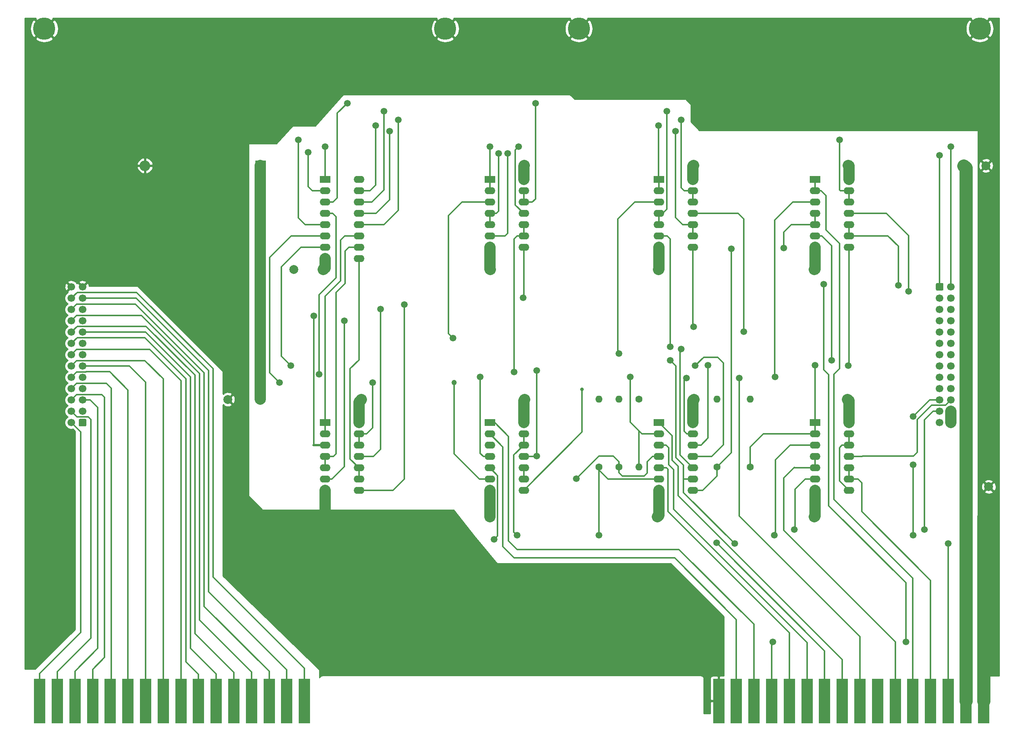
<source format=gbr>
%TF.GenerationSoftware,KiCad,Pcbnew,(5.1.10-1-10_14)*%
%TF.CreationDate,2022-02-02T20:10:15+11:00*%
%TF.ProjectId,Buffer,42756666-6572-42e6-9b69-6361645f7063,rev?*%
%TF.SameCoordinates,Original*%
%TF.FileFunction,Copper,L2,Bot*%
%TF.FilePolarity,Positive*%
%FSLAX46Y46*%
G04 Gerber Fmt 4.6, Leading zero omitted, Abs format (unit mm)*
G04 Created by KiCad (PCBNEW (5.1.10-1-10_14)) date 2022-02-02 20:10:15*
%MOMM*%
%LPD*%
G01*
G04 APERTURE LIST*
%TA.AperFunction,ComponentPad*%
%ADD10C,1.700000*%
%TD*%
%TA.AperFunction,ComponentPad*%
%ADD11C,2.000000*%
%TD*%
%TA.AperFunction,ComponentPad*%
%ADD12O,2.400000X2.400000*%
%TD*%
%TA.AperFunction,ComponentPad*%
%ADD13R,2.400000X2.400000*%
%TD*%
%TA.AperFunction,ComponentPad*%
%ADD14O,1.600000X1.600000*%
%TD*%
%TA.AperFunction,ComponentPad*%
%ADD15C,1.600000*%
%TD*%
%TA.AperFunction,ComponentPad*%
%ADD16O,2.400000X1.600000*%
%TD*%
%TA.AperFunction,ComponentPad*%
%ADD17R,2.400000X1.600000*%
%TD*%
%TA.AperFunction,ComponentPad*%
%ADD18C,5.000000*%
%TD*%
%TA.AperFunction,ConnectorPad*%
%ADD19R,2.540000X10.000000*%
%TD*%
%TA.AperFunction,ViaPad*%
%ADD20C,2.500000*%
%TD*%
%TA.AperFunction,ViaPad*%
%ADD21C,1.500000*%
%TD*%
%TA.AperFunction,ViaPad*%
%ADD22C,1.200000*%
%TD*%
%TA.AperFunction,ViaPad*%
%ADD23C,0.800000*%
%TD*%
%TA.AperFunction,Conductor*%
%ADD24C,2.500000*%
%TD*%
%TA.AperFunction,Conductor*%
%ADD25C,3.000000*%
%TD*%
%TA.AperFunction,Conductor*%
%ADD26C,0.350000*%
%TD*%
%TA.AperFunction,Conductor*%
%ADD27C,0.500000*%
%TD*%
%TA.AperFunction,Conductor*%
%ADD28C,0.254000*%
%TD*%
%TA.AperFunction,Conductor*%
%ADD29C,0.100000*%
%TD*%
G04 APERTURE END LIST*
D10*
%TO.P,J5,26*%
%TO.N,GND*%
X65650000Y-121050000D03*
%TO.P,J5,24*%
%TO.N,OD1_~DATA*%
X65650000Y-123590000D03*
%TO.P,J5,22*%
%TO.N,OD1_~RESET_FLAG*%
X65650000Y-126130000D03*
%TO.P,J5,20*%
%TO.N,OD1_~CLOCK*%
X65650000Y-128670000D03*
%TO.P,J5,18*%
%TO.N,OD0_~DATA*%
X65650000Y-131210000D03*
%TO.P,J5,16*%
%TO.N,OD0_~RESET_FLAG*%
X65650000Y-133750000D03*
%TO.P,J5,14*%
%TO.N,OD0_~CLOCK*%
X65650000Y-136290000D03*
%TO.P,J5,12*%
%TO.N,ID1_~DATA*%
X65650000Y-138830000D03*
%TO.P,J5,10*%
%TO.N,ID1_~RESET_FLAG*%
X65650000Y-141370000D03*
%TO.P,J5,8*%
%TO.N,ID1_~CLOCK*%
X65650000Y-143910000D03*
%TO.P,J5,6*%
%TO.N,ID0_~DATA*%
X65650000Y-146450000D03*
%TO.P,J5,4*%
%TO.N,ID0_~RESET_FLAG*%
X65650000Y-148990000D03*
%TO.P,J5,2*%
%TO.N,ID0_~CLOCK*%
X65650000Y-151530000D03*
%TO.P,J5,25*%
%TO.N,GND*%
X68190000Y-121050000D03*
%TO.P,J5,23*%
%TO.N,OD1_~FLAG*%
X68190000Y-123590000D03*
%TO.P,J5,21*%
%TO.N,GND*%
X68190000Y-126130000D03*
%TO.P,J5,19*%
X68190000Y-128670000D03*
%TO.P,J5,17*%
%TO.N,OD0_~FLAG*%
X68190000Y-131210000D03*
%TO.P,J5,15*%
%TO.N,GND*%
X68190000Y-133750000D03*
%TO.P,J5,13*%
X68190000Y-136290000D03*
%TO.P,J5,11*%
%TO.N,ID1_~FLAG*%
X68190000Y-138830000D03*
%TO.P,J5,9*%
%TO.N,GND*%
X68190000Y-141370000D03*
%TO.P,J5,7*%
X68190000Y-143910000D03*
%TO.P,J5,5*%
%TO.N,ID0_~FLAG*%
X68190000Y-146450000D03*
%TO.P,J5,3*%
%TO.N,GND*%
X68190000Y-148990000D03*
%TO.P,J5,1*%
%TA.AperFunction,ComponentPad*%
G36*
G01*
X69040000Y-150930000D02*
X69040000Y-152130000D01*
G75*
G02*
X68790000Y-152380000I-250000J0D01*
G01*
X67590000Y-152380000D01*
G75*
G02*
X67340000Y-152130000I0J250000D01*
G01*
X67340000Y-150930000D01*
G75*
G02*
X67590000Y-150680000I250000J0D01*
G01*
X68790000Y-150680000D01*
G75*
G02*
X69040000Y-150930000I0J-250000D01*
G01*
G37*
%TD.AperFunction*%
%TD*%
D11*
%TO.P,C4,2*%
%TO.N,GND*%
X270990000Y-93830000D03*
%TO.P,C4,1*%
%TO.N,+5V*%
X265990000Y-93830000D03*
%TD*%
%TO.P,C3,2*%
%TO.N,GND*%
X271590000Y-165930000D03*
%TO.P,C3,1*%
%TO.N,+5V*%
X266590000Y-165930000D03*
%TD*%
%TO.P,C2,2*%
%TO.N,GND*%
X100790000Y-146330000D03*
%TO.P,C2,1*%
%TO.N,+5V*%
X108290000Y-146330000D03*
%TD*%
%TO.P,C1,2*%
%TO.N,GND*%
X115590000Y-117130000D03*
%TO.P,C1,1*%
%TO.N,+5V*%
X108090000Y-117130000D03*
%TD*%
D12*
%TO.P,C5,2*%
%TO.N,GND*%
X82190000Y-93830000D03*
D13*
%TO.P,C5,1*%
%TO.N,+5V*%
X108190000Y-93830000D03*
%TD*%
D14*
%TO.P,R26,2*%
%TO.N,+5V*%
X218090000Y-146290000D03*
D15*
%TO.P,R26,1*%
%TO.N,Net-(R26-Pad1)*%
X218090000Y-161530000D03*
%TD*%
D16*
%TO.P,U1,14*%
%TO.N,+5V*%
X167210000Y-96910000D03*
%TO.P,U1,7*%
%TO.N,GND*%
X159590000Y-112150000D03*
%TO.P,U1,13*%
%TO.N,A1*%
X167210000Y-99450000D03*
%TO.P,U1,6*%
%TO.N,~A0*%
X159590000Y-109610000D03*
%TO.P,U1,12*%
%TO.N,A1*%
X167210000Y-101990000D03*
%TO.P,U1,5*%
%TO.N,A0*%
X159590000Y-107070000D03*
%TO.P,U1,11*%
%TO.N,~A1*%
X167210000Y-104530000D03*
%TO.P,U1,4*%
%TO.N,A0*%
X159590000Y-104530000D03*
%TO.P,U1,10*%
%TO.N,A2*%
X167210000Y-107070000D03*
%TO.P,U1,3*%
%TO.N,CS*%
X159590000Y-101990000D03*
%TO.P,U1,9*%
%TO.N,A2*%
X167210000Y-109610000D03*
%TO.P,U1,2*%
%TO.N,~CS*%
X159590000Y-99450000D03*
%TO.P,U1,8*%
%TO.N,~A2*%
X167210000Y-112150000D03*
D17*
%TO.P,U1,1*%
%TO.N,~CS*%
X159590000Y-96910000D03*
%TD*%
D14*
%TO.P,R23,2*%
%TO.N,Net-(R23-Pad2)*%
X193090000Y-161530000D03*
D15*
%TO.P,R23,1*%
%TO.N,+5V*%
X193090000Y-146290000D03*
%TD*%
D14*
%TO.P,R24,2*%
%TO.N,+5V*%
X188590000Y-146290000D03*
D15*
%TO.P,R24,1*%
%TO.N,Net-(R24-Pad1)*%
X188590000Y-161530000D03*
%TD*%
D14*
%TO.P,R25,2*%
%TO.N,+5V*%
X184090000Y-146290000D03*
D15*
%TO.P,R25,1*%
%TO.N,Net-(R25-Pad1)*%
X184090000Y-161530000D03*
%TD*%
D14*
%TO.P,R27,2*%
%TO.N,+5V*%
X210590000Y-146290000D03*
D15*
%TO.P,R27,1*%
%TO.N,Net-(R27-Pad1)*%
X210590000Y-161530000D03*
%TD*%
D16*
%TO.P,J3,16*%
%TO.N,Net-(J3-Pad16)*%
X130210000Y-96910000D03*
%TO.P,J3,8*%
%TO.N,GND*%
X122590000Y-114690000D03*
%TO.P,J3,15*%
%TO.N,D_IN*%
X130210000Y-99450000D03*
%TO.P,J3,7*%
%TO.N,D_OUT*%
X122590000Y-112150000D03*
%TO.P,J3,14*%
%TO.N,~WE*%
X130210000Y-101990000D03*
%TO.P,J3,6*%
%TO.N,A4*%
X122590000Y-109610000D03*
%TO.P,J3,13*%
%TO.N,A9*%
X130210000Y-104530000D03*
%TO.P,J3,5*%
%TO.N,A3*%
X122590000Y-107070000D03*
%TO.P,J3,12*%
%TO.N,A8*%
X130210000Y-107070000D03*
%TO.P,J3,4*%
%TO.N,A2*%
X122590000Y-104530000D03*
%TO.P,J3,11*%
%TO.N,A7*%
X130210000Y-109610000D03*
%TO.P,J3,3*%
%TO.N,A1*%
X122590000Y-101990000D03*
%TO.P,J3,10*%
%TO.N,A6*%
X130210000Y-112150000D03*
%TO.P,J3,2*%
%TO.N,A0*%
X122590000Y-99450000D03*
%TO.P,J3,9*%
%TO.N,A5*%
X130210000Y-114690000D03*
D17*
%TO.P,J3,1*%
%TO.N,~CS*%
X122590000Y-96910000D03*
%TD*%
D16*
%TO.P,U7,14*%
%TO.N,+5V*%
X240210000Y-151530000D03*
%TO.P,U7,7*%
%TO.N,GND*%
X232590000Y-166770000D03*
%TO.P,U7,13*%
%TO.N,Net-(R28-Pad1)*%
X240210000Y-154070000D03*
%TO.P,U7,6*%
%TO.N,~HALT_COMMAND*%
X232590000Y-164230000D03*
%TO.P,U7,12*%
%TO.N,Net-(R28-Pad1)*%
X240210000Y-156610000D03*
%TO.P,U7,5*%
%TO.N,HALT_COMMAND*%
X232590000Y-161690000D03*
%TO.P,U7,11*%
%TO.N,~RST\u002A*%
X240210000Y-159150000D03*
%TO.P,U7,4*%
%TO.N,HALT_COMMAND*%
X232590000Y-159150000D03*
%TO.P,U7,10*%
%TO.N,~RST*%
X240210000Y-161690000D03*
%TO.P,U7,3*%
%TO.N,~RUN\u002A*%
X232590000Y-156610000D03*
%TO.P,U7,9*%
%TO.N,~RST*%
X240210000Y-164230000D03*
%TO.P,U7,2*%
%TO.N,Net-(R26-Pad1)*%
X232590000Y-154070000D03*
%TO.P,U7,8*%
%TO.N,Net-(R28-Pad1)*%
X240210000Y-166770000D03*
D17*
%TO.P,U7,1*%
%TO.N,Net-(R26-Pad1)*%
X232590000Y-151530000D03*
%TD*%
D16*
%TO.P,U4,14*%
%TO.N,+5V*%
X130210000Y-151530000D03*
%TO.P,U4,7*%
%TO.N,GND*%
X122590000Y-166770000D03*
%TO.P,U4,13*%
%TO.N,A4*%
X130210000Y-154070000D03*
%TO.P,U4,6*%
%TO.N,~A6*%
X122590000Y-164230000D03*
%TO.P,U4,12*%
%TO.N,A4*%
X130210000Y-156610000D03*
%TO.P,U4,5*%
%TO.N,A6*%
X122590000Y-161690000D03*
%TO.P,U4,11*%
%TO.N,~A4*%
X130210000Y-159150000D03*
%TO.P,U4,4*%
%TO.N,A6*%
X122590000Y-159150000D03*
%TO.P,U4,10*%
%TO.N,A5*%
X130210000Y-161690000D03*
%TO.P,U4,3*%
%TO.N,~A7*%
X122590000Y-156610000D03*
%TO.P,U4,9*%
%TO.N,A5*%
X130210000Y-164230000D03*
%TO.P,U4,2*%
%TO.N,A7*%
X122590000Y-154070000D03*
%TO.P,U4,8*%
%TO.N,~A5*%
X130210000Y-166770000D03*
D17*
%TO.P,U4,1*%
%TO.N,A7*%
X122590000Y-151530000D03*
%TD*%
D16*
%TO.P,U6,14*%
%TO.N,+5V*%
X205210000Y-151530000D03*
%TO.P,U6,7*%
%TO.N,GND*%
X197590000Y-166770000D03*
%TO.P,U6,13*%
%TO.N,~RUN*%
X205210000Y-154070000D03*
%TO.P,U6,6*%
%TO.N,Net-(R25-Pad1)*%
X197590000Y-164230000D03*
%TO.P,U6,12*%
%TO.N,Net-(R26-Pad1)*%
X205210000Y-156610000D03*
%TO.P,U6,5*%
%TO.N,EXECUTE*%
X197590000Y-161690000D03*
%TO.P,U6,11*%
%TO.N,D_OUT*%
X205210000Y-159150000D03*
%TO.P,U6,4*%
%TO.N,Net-(R24-Pad1)*%
X197590000Y-159150000D03*
%TO.P,U6,10*%
%TO.N,~D_OUT*%
X205210000Y-161690000D03*
%TO.P,U6,3*%
%TO.N,FETCH*%
X197590000Y-156610000D03*
%TO.P,U6,9*%
%TO.N,T22.5*%
X205210000Y-164230000D03*
%TO.P,U6,2*%
%TO.N,Net-(R23-Pad2)*%
X197590000Y-154070000D03*
%TO.P,U6,8*%
%TO.N,Net-(R27-Pad1)*%
X205210000Y-166770000D03*
D17*
%TO.P,U6,1*%
%TO.N,MB4*%
X197590000Y-151530000D03*
%TD*%
D16*
%TO.P,U5,14*%
%TO.N,+5V*%
X167210000Y-151530000D03*
%TO.P,U5,7*%
%TO.N,GND*%
X159590000Y-166770000D03*
%TO.P,U5,13*%
%TO.N,Net-(R25-Pad1)*%
X167210000Y-154070000D03*
%TO.P,U5,6*%
%TO.N,~MB4+~MB7*%
X159590000Y-164230000D03*
%TO.P,U5,12*%
%TO.N,Net-(R25-Pad1)*%
X167210000Y-156610000D03*
%TO.P,U5,5*%
%TO.N,MB7*%
X159590000Y-161690000D03*
%TO.P,U5,11*%
%TO.N,\u002AEXECUTE*%
X167210000Y-159150000D03*
%TO.P,U5,4*%
%TO.N,Net-(R23-Pad2)*%
X159590000Y-159150000D03*
%TO.P,U5,10*%
%TO.N,Net-(R24-Pad1)*%
X167210000Y-161690000D03*
%TO.P,U5,3*%
%TO.N,~JMS+JMP*%
X159590000Y-156610000D03*
%TO.P,U5,9*%
%TO.N,Net-(R24-Pad1)*%
X167210000Y-164230000D03*
%TO.P,U5,2*%
%TO.N,JMP*%
X159590000Y-154070000D03*
%TO.P,U5,8*%
%TO.N,\u002AFETCH*%
X167210000Y-166770000D03*
D17*
%TO.P,U5,1*%
%TO.N,JMS*%
X159590000Y-151530000D03*
%TD*%
D16*
%TO.P,U3,14*%
%TO.N,+5V*%
X240210000Y-96910000D03*
%TO.P,U3,7*%
%TO.N,GND*%
X232590000Y-112150000D03*
%TO.P,U3,13*%
%TO.N,A3*%
X240210000Y-99450000D03*
%TO.P,U3,6*%
%TO.N,T22.5*%
X232590000Y-109610000D03*
%TO.P,U3,12*%
%TO.N,A3*%
X240210000Y-101990000D03*
%TO.P,U3,5*%
%TO.N,Net-(R27-Pad1)*%
X232590000Y-107070000D03*
%TO.P,U3,11*%
%TO.N,~A3*%
X240210000Y-104530000D03*
%TO.P,U3,4*%
%TO.N,Net-(R27-Pad1)*%
X232590000Y-104530000D03*
%TO.P,U3,10*%
%TO.N,MEM.ENABLE*%
X240210000Y-107070000D03*
%TO.P,U3,3*%
%TO.N,~T0.5*%
X232590000Y-101990000D03*
%TO.P,U3,9*%
%TO.N,MEM.ENABLE*%
X240210000Y-109610000D03*
%TO.P,U3,2*%
%TO.N,T0.5*%
X232590000Y-99450000D03*
%TO.P,U3,8*%
%TO.N,~MEMORY_ENABLE*%
X240210000Y-112150000D03*
D17*
%TO.P,U3,1*%
%TO.N,T0.5*%
X232590000Y-96910000D03*
%TD*%
D16*
%TO.P,U2,14*%
%TO.N,+5V*%
X205210000Y-96910000D03*
%TO.P,U2,7*%
%TO.N,GND*%
X197590000Y-112150000D03*
%TO.P,U2,13*%
%TO.N,A8*%
X205210000Y-99450000D03*
%TO.P,U2,6*%
%TO.N,WE*%
X197590000Y-109610000D03*
%TO.P,U2,12*%
%TO.N,A8*%
X205210000Y-101990000D03*
%TO.P,U2,5*%
%TO.N,~WE*%
X197590000Y-107070000D03*
%TO.P,U2,11*%
%TO.N,~A8*%
X205210000Y-104530000D03*
%TO.P,U2,4*%
%TO.N,~WE*%
X197590000Y-104530000D03*
%TO.P,U2,10*%
%TO.N,A9*%
X205210000Y-107070000D03*
%TO.P,U2,3*%
%TO.N,~D_IN*%
X197590000Y-101990000D03*
%TO.P,U2,9*%
%TO.N,A9*%
X205210000Y-109610000D03*
%TO.P,U2,2*%
%TO.N,D_IN*%
X197590000Y-99450000D03*
%TO.P,U2,8*%
%TO.N,~A9*%
X205210000Y-112150000D03*
D17*
%TO.P,U2,1*%
%TO.N,D_IN*%
X197590000Y-96910000D03*
%TD*%
D18*
%TO.P,H2,1*%
%TO.N,GND*%
X179590000Y-63030000D03*
X269590000Y-63030000D03*
%TD*%
%TO.P,H1,1*%
%TO.N,GND*%
X59590000Y-63030000D03*
X149590000Y-63030000D03*
%TD*%
D10*
%TO.P,J4,26*%
%TO.N,GND*%
X263130000Y-151510000D03*
%TO.P,J4,24*%
X263130000Y-148970000D03*
%TO.P,J4,22*%
%TO.N,~RST\u002A*%
X263130000Y-146430000D03*
%TO.P,J4,20*%
%TO.N,~MB4+~MB7*%
X263130000Y-143890000D03*
%TO.P,J4,18*%
%TO.N,\u002AEXECUTE*%
X263130000Y-141350000D03*
%TO.P,J4,16*%
%TO.N,T22.5*%
X263130000Y-138810000D03*
%TO.P,J4,14*%
%TO.N,~D_OUT*%
X263130000Y-136270000D03*
%TO.P,J4,12*%
%TO.N,CS*%
X263130000Y-133730000D03*
%TO.P,J4,10*%
%TO.N,~A9*%
X263130000Y-131190000D03*
%TO.P,J4,8*%
%TO.N,~A7*%
X263130000Y-128650000D03*
%TO.P,J4,6*%
%TO.N,~A5*%
X263130000Y-126110000D03*
%TO.P,J4,4*%
%TO.N,~A3*%
X263130000Y-123570000D03*
%TO.P,J4,2*%
%TO.N,~A1*%
X263130000Y-121030000D03*
%TO.P,J4,25*%
%TO.N,GND*%
X260590000Y-151510000D03*
%TO.P,J4,23*%
%TO.N,~HALT_COMMAND*%
X260590000Y-148970000D03*
%TO.P,J4,21*%
%TO.N,~RUN\u002A*%
X260590000Y-146430000D03*
%TO.P,J4,19*%
%TO.N,\u002AFETCH*%
X260590000Y-143890000D03*
%TO.P,J4,17*%
%TO.N,~T0.5*%
X260590000Y-141350000D03*
%TO.P,J4,15*%
%TO.N,~MEMORY_ENABLE*%
X260590000Y-138810000D03*
%TO.P,J4,13*%
%TO.N,~D_IN*%
X260590000Y-136270000D03*
%TO.P,J4,11*%
%TO.N,WE*%
X260590000Y-133730000D03*
%TO.P,J4,9*%
%TO.N,~A8*%
X260590000Y-131190000D03*
%TO.P,J4,7*%
%TO.N,~A6*%
X260590000Y-128650000D03*
%TO.P,J4,5*%
%TO.N,~A4*%
X260590000Y-126110000D03*
%TO.P,J4,3*%
%TO.N,~A2*%
X260590000Y-123570000D03*
%TO.P,J4,1*%
%TO.N,~A0*%
%TA.AperFunction,ComponentPad*%
G36*
G01*
X259740000Y-121630000D02*
X259740000Y-120430000D01*
G75*
G02*
X259990000Y-120180000I250000J0D01*
G01*
X261190000Y-120180000D01*
G75*
G02*
X261440000Y-120430000I0J-250000D01*
G01*
X261440000Y-121630000D01*
G75*
G02*
X261190000Y-121880000I-250000J0D01*
G01*
X259990000Y-121880000D01*
G75*
G02*
X259740000Y-121630000I0J250000D01*
G01*
G37*
%TD.AperFunction*%
%TD*%
D19*
%TO.P,J2,16*%
%TO.N,ID0_~CLOCK*%
X58564000Y-214100000D03*
%TO.P,J2,15*%
%TO.N,ID0_~RESET_FLAG*%
X62526400Y-214100000D03*
%TO.P,J2,14*%
%TO.N,ID0_~FLAG*%
X66488800Y-214100000D03*
%TO.P,J2,13*%
%TO.N,ID0_~DATA*%
X70451200Y-214100000D03*
%TO.P,J2,12*%
%TO.N,ID1_~CLOCK*%
X74413600Y-214100000D03*
%TO.P,J2,11*%
%TO.N,ID1_~RESET_FLAG*%
X78376000Y-214100000D03*
%TO.P,J2,10*%
%TO.N,ID1_~FLAG*%
X82338400Y-214100000D03*
%TO.P,J2,9*%
%TO.N,ID1_~DATA*%
X86300800Y-214100000D03*
%TO.P,J2,8*%
%TO.N,OD0_~CLOCK*%
X90263200Y-214100000D03*
%TO.P,J2,7*%
%TO.N,OD0_~RESET_FLAG*%
X94225600Y-214100000D03*
%TO.P,J2,6*%
%TO.N,OD0_~FLAG*%
X98188000Y-214100000D03*
%TO.P,J2,5*%
%TO.N,OD0_~DATA*%
X102150400Y-214100000D03*
%TO.P,J2,4*%
%TO.N,OD1_~CLOCK*%
X106112800Y-214100000D03*
%TO.P,J2,3*%
%TO.N,OD1_~RESET_FLAG*%
X110075200Y-214100000D03*
%TO.P,J2,2*%
%TO.N,OD1_~FLAG*%
X114037600Y-214100000D03*
%TO.P,J2,1*%
%TO.N,OD1_~DATA*%
X118000000Y-214100000D03*
%TD*%
%TO.P,J1,16*%
%TO.N,GND*%
X210987200Y-214058000D03*
%TO.P,J1,15*%
%TO.N,JMP*%
X214949600Y-214058000D03*
%TO.P,J1,14*%
%TO.N,JMS*%
X218912000Y-214058000D03*
%TO.P,J1,13*%
%TO.N,MEM.ENABLE*%
X222874400Y-214058000D03*
%TO.P,J1,12*%
%TO.N,EXECUTE*%
X226836800Y-214058000D03*
%TO.P,J1,11*%
%TO.N,FETCH*%
X230799200Y-214058000D03*
%TO.P,J1,10*%
%TO.N,MB7*%
X234761600Y-214058000D03*
%TO.P,J1,9*%
%TO.N,MB4*%
X238724000Y-214058000D03*
%TO.P,J1,8*%
%TO.N,~RUN*%
X242686400Y-214058000D03*
%TO.P,J1,7*%
%TO.N,Net-(J1-Pad7)*%
X246648800Y-214058000D03*
%TO.P,J1,6*%
%TO.N,HALT_COMMAND*%
X250611200Y-214058000D03*
%TO.P,J1,5*%
%TO.N,T0.5*%
X254573600Y-214058000D03*
%TO.P,J1,4*%
%TO.N,~RST*%
X258536000Y-214058000D03*
%TO.P,J1,3*%
%TO.N,T22.5*%
X262498400Y-214058000D03*
%TO.P,J1,2*%
%TO.N,+5V*%
X266460800Y-214058000D03*
%TO.P,J1,1*%
%TO.N,GND*%
X270423200Y-214058000D03*
%TD*%
D20*
%TO.N,+5V*%
X167430000Y-146370000D03*
X205430000Y-146370000D03*
X239930000Y-146370000D03*
X130750000Y-146370000D03*
X240090000Y-93780000D03*
X205340000Y-93780000D03*
X167340000Y-93780000D03*
D21*
%TO.N,GND*%
X122590000Y-172530000D03*
D20*
X122590000Y-172530000D03*
X197256800Y-172696800D03*
X232423200Y-172696800D03*
X159644990Y-172696800D03*
X197460000Y-117160000D03*
X232460000Y-117160000D03*
X159720000Y-117160000D03*
X122220000Y-117160000D03*
X270423200Y-172696800D03*
X271010000Y-151510000D03*
X271760000Y-117160000D03*
D21*
%TO.N,D_IN*%
X197465000Y-84775000D03*
X133965000Y-84775000D03*
%TO.N,D_OUT*%
X114915000Y-138750000D03*
X205720000Y-138750000D03*
%TO.N,~WE*%
X199370000Y-81600000D03*
X135870000Y-81600000D03*
%TO.N,A4*%
X112375000Y-142560000D03*
X133330000Y-142560000D03*
%TO.N,A9*%
X201275000Y-86045000D03*
X137140000Y-86045000D03*
%TO.N,A3*%
X116590000Y-88030000D03*
X238090000Y-88030000D03*
%TO.N,A8*%
X202545000Y-83505000D03*
X139045000Y-83505000D03*
%TO.N,A2*%
X121265000Y-140655000D03*
X165080000Y-140164990D03*
%TO.N,A1*%
X169840000Y-79780000D03*
X127590000Y-79780000D03*
%TO.N,A0*%
X118840000Y-90780000D03*
X161590000Y-91030000D03*
%TO.N,~CS*%
X122590000Y-89530000D03*
X159590008Y-89530000D03*
%TO.N,T22.5*%
X200090000Y-137530000D03*
X236340000Y-137530002D03*
X214590000Y-178730004D03*
X262490000Y-178730000D03*
%TO.N,~T0.5*%
X223652496Y-141250009D03*
%TO.N,~MEMORY_ENABLE*%
X240090000Y-138710009D03*
D22*
%TO.N,~MB4+~MB7*%
X151590000Y-142530000D03*
D21*
%TO.N,MB7*%
X160590000Y-177780000D03*
X210490000Y-178530000D03*
%TO.N,\u002AEXECUTE*%
X170090000Y-159030000D03*
X170090000Y-139875010D03*
D23*
%TO.N,\u002AFETCH*%
X180320000Y-144030000D03*
D21*
%TO.N,MEM.ENABLE*%
X223090000Y-200830000D03*
X252990000Y-200830000D03*
X234590000Y-120430000D03*
X251290000Y-120730000D03*
%TO.N,CS*%
X151340000Y-132530000D03*
%TO.N,~A0*%
X260590000Y-91530000D03*
X163590000Y-91030000D03*
%TO.N,~A1*%
X263090000Y-89530000D03*
X166090000Y-89530000D03*
%TO.N,~A2*%
X167090000Y-123530000D03*
%TO.N,~D_IN*%
X188590000Y-136030000D03*
%TO.N,WE*%
X200090000Y-134530000D03*
%TO.N,~A9*%
X205340004Y-130030000D03*
%TO.N,~A8*%
X216590000Y-131090009D03*
%TO.N,~A7*%
X120089999Y-127530001D03*
%TO.N,~A6*%
X126960000Y-128650000D03*
%TO.N,~A5*%
X140395214Y-124984990D03*
%TO.N,~A4*%
X135090000Y-126030000D03*
%TO.N,~A3*%
X253590000Y-122030000D03*
%TO.N,~D_OUT*%
X202590000Y-135030000D03*
%TO.N,~RUN*%
X215590000Y-141530000D03*
X203715010Y-141530000D03*
%TO.N,~HALT_COMMAND*%
X227945000Y-175580000D03*
X257155000Y-175580000D03*
%TO.N,Net-(R23-Pad2)*%
X191115000Y-141290000D03*
X157460000Y-141290000D03*
%TO.N,Net-(R24-Pad1)*%
X179050000Y-164150000D03*
%TO.N,Net-(R25-Pad1)*%
X184130000Y-176850000D03*
X165715000Y-176850000D03*
%TO.N,Net-(R26-Pad1)*%
X232589996Y-138655010D03*
X208590000Y-138655010D03*
%TO.N,Net-(R27-Pad1)*%
X225590000Y-112280000D03*
X213840000Y-112530000D03*
%TO.N,~RUN\u002A*%
X223500000Y-176850000D03*
X254615000Y-176850000D03*
X254615000Y-160975000D03*
X254615000Y-150180000D03*
%TD*%
D24*
%TO.N,+5V*%
X167210000Y-146590000D02*
X167430000Y-146370000D01*
X167210000Y-151530000D02*
X167210000Y-146590000D01*
X205210000Y-146590000D02*
X205430000Y-146370000D01*
X205210000Y-151530000D02*
X205210000Y-146590000D01*
X240210000Y-146650000D02*
X239930000Y-146370000D01*
X240210000Y-151530000D02*
X240210000Y-146650000D01*
X130210000Y-151530000D02*
X130210000Y-146910000D01*
X130210000Y-146910000D02*
X130750000Y-146370000D01*
X108090000Y-146290000D02*
X108090000Y-96365000D01*
X240210000Y-93900000D02*
X240090000Y-93780000D01*
X240210000Y-96910000D02*
X240210000Y-93900000D01*
X205210000Y-93910000D02*
X205340000Y-93780000D01*
X205210000Y-96910000D02*
X205210000Y-93910000D01*
X167210000Y-96910000D02*
X167210000Y-93910000D01*
X167210000Y-93910000D02*
X167340000Y-93780000D01*
X108090000Y-96365000D02*
X108090000Y-93780000D01*
D25*
X266460800Y-94300800D02*
X265990000Y-93830000D01*
X266460800Y-214058000D02*
X266460800Y-94300800D01*
%TO.N,GND*%
X270423200Y-214058000D02*
X270423200Y-172696800D01*
X270423200Y-172696800D02*
X270423200Y-172696800D01*
D24*
X122590000Y-166770000D02*
X122590000Y-172530000D01*
X197590000Y-172363600D02*
X197256800Y-172696800D01*
X197590000Y-166770000D02*
X197590000Y-172363600D01*
X232590000Y-172530000D02*
X232423200Y-172696800D01*
X232590000Y-166770000D02*
X232590000Y-172530000D01*
X263130000Y-148970000D02*
X263130000Y-151510000D01*
X159590000Y-166770000D02*
X159590000Y-172641810D01*
X159590000Y-172641810D02*
X159644990Y-172696800D01*
X197590000Y-117030000D02*
X197460000Y-117160000D01*
X197590000Y-112150000D02*
X197590000Y-117030000D01*
X232590000Y-117030000D02*
X232460000Y-117160000D01*
X232590000Y-112150000D02*
X232590000Y-117030000D01*
X159590000Y-117030000D02*
X159720000Y-117160000D01*
X159590000Y-112150000D02*
X159590000Y-117030000D01*
X122590000Y-116790000D02*
X122220000Y-117160000D01*
X122590000Y-114690000D02*
X122590000Y-116790000D01*
D25*
X270423200Y-172696800D02*
X270423200Y-172696800D01*
D26*
%TO.N,D_IN*%
X197590000Y-84900000D02*
X197465000Y-84775000D01*
X197590000Y-96910000D02*
X197590000Y-99450000D01*
X133965000Y-84775000D02*
X133965000Y-98155000D01*
X132670000Y-99450000D02*
X130210000Y-99450000D01*
X133965000Y-98155000D02*
X132670000Y-99450000D01*
X197465000Y-96785000D02*
X197590000Y-96910000D01*
X197465000Y-84775000D02*
X197465000Y-96785000D01*
%TO.N,D_OUT*%
X209450000Y-159150000D02*
X205210000Y-159150000D01*
X212070000Y-156530000D02*
X209450000Y-159150000D01*
X205720000Y-138750000D02*
X207625000Y-136845000D01*
X212070000Y-138115000D02*
X212070000Y-156530000D01*
X210800000Y-136845000D02*
X212070000Y-138115000D01*
X207625000Y-136845000D02*
X210800000Y-136845000D01*
X117220000Y-112150000D02*
X122590000Y-112150000D01*
X112790000Y-116580000D02*
X117220000Y-112150000D01*
X112790000Y-136625000D02*
X112790000Y-116580000D01*
X114915000Y-138750000D02*
X112790000Y-136625000D01*
%TO.N,~WE*%
X197590000Y-104530000D02*
X197590000Y-107070000D01*
X198400000Y-104530000D02*
X199370000Y-103560000D01*
X197590000Y-104530000D02*
X198400000Y-104530000D01*
X199370000Y-81600000D02*
X199370000Y-103560000D01*
X135870000Y-81600000D02*
X135870000Y-99250000D01*
X133130000Y-101990000D02*
X130210000Y-101990000D01*
X135870000Y-99250000D02*
X133130000Y-101990000D01*
%TO.N,A4*%
X133330000Y-142560000D02*
X133330000Y-152720000D01*
X131980000Y-154070000D02*
X130210000Y-154070000D01*
X133330000Y-152720000D02*
X131980000Y-154070000D01*
X130210000Y-154070000D02*
X130210000Y-156610000D01*
X115010000Y-109610000D02*
X122590000Y-109610000D01*
X110190000Y-114430000D02*
X115010000Y-109610000D01*
X110190000Y-140375000D02*
X110190000Y-114430000D01*
X112375000Y-142560000D02*
X110190000Y-140375000D01*
%TO.N,A9*%
X201275000Y-86045000D02*
X201275000Y-105465000D01*
X202880000Y-107070000D02*
X205210000Y-107070000D01*
X201275000Y-105465000D02*
X202880000Y-107070000D01*
X205210000Y-109610000D02*
X205210000Y-107070000D01*
X137140000Y-86045000D02*
X137140000Y-101480000D01*
X134090000Y-104530000D02*
X130210000Y-104530000D01*
X137140000Y-101480000D02*
X134090000Y-104530000D01*
%TO.N,A3*%
X240210000Y-99450000D02*
X240210000Y-101990000D01*
X238090000Y-88030000D02*
X238090000Y-99280000D01*
X238260000Y-99450000D02*
X240210000Y-99450000D01*
X238090000Y-99280000D02*
X238260000Y-99450000D01*
X116590000Y-88030000D02*
X116590000Y-105530000D01*
X118130000Y-107070000D02*
X122590000Y-107070000D01*
X116590000Y-105530000D02*
X118130000Y-107070000D01*
%TO.N,A8*%
X202545000Y-83505000D02*
X202545000Y-98735000D01*
X203260000Y-99450000D02*
X205210000Y-99450000D01*
X202545000Y-98735000D02*
X203260000Y-99450000D01*
X205210000Y-99450000D02*
X205210000Y-101990000D01*
X139045000Y-83505000D02*
X139045000Y-103825000D01*
X135800000Y-107070000D02*
X130210000Y-107070000D01*
X139045000Y-103825000D02*
X135800000Y-107070000D01*
%TO.N,A2*%
X167210000Y-107070000D02*
X167210000Y-109610000D01*
X165760000Y-109610000D02*
X167210000Y-109610000D01*
X165080000Y-110290000D02*
X165760000Y-109610000D01*
X165080000Y-140164990D02*
X165080000Y-110290000D01*
X124340000Y-104530000D02*
X122590000Y-104530000D01*
X125075000Y-105265000D02*
X124340000Y-104530000D01*
X125075000Y-119010000D02*
X125075000Y-105265000D01*
X121265000Y-122820000D02*
X125075000Y-119010000D01*
X121265000Y-140655000D02*
X121265000Y-122820000D01*
%TO.N,A7*%
X122590000Y-151530000D02*
X122590000Y-154070000D01*
X126090000Y-119655000D02*
X126090000Y-110530000D01*
X127010000Y-109610000D02*
X130210000Y-109610000D01*
X126090000Y-110530000D02*
X127010000Y-109610000D01*
X122590000Y-123155000D02*
X126090000Y-119655000D01*
X122590000Y-151530000D02*
X122590000Y-123155000D01*
%TO.N,A1*%
X167210000Y-99450000D02*
X167210000Y-101990000D01*
X167210000Y-101990000D02*
X169130000Y-101990000D01*
X169130000Y-101990000D02*
X169840000Y-101280000D01*
X169840000Y-101280000D02*
X169840000Y-79780000D01*
X122590000Y-101990000D02*
X124380000Y-101990000D01*
X124380000Y-101990000D02*
X125340000Y-101030000D01*
X125340000Y-82030000D02*
X127590000Y-79780000D01*
X125340000Y-101030000D02*
X125340000Y-82030000D01*
%TO.N,A6*%
X122590000Y-159150000D02*
X122590000Y-161690000D01*
X127970000Y-112150000D02*
X130210000Y-112150000D01*
X127090000Y-113030000D02*
X127970000Y-112150000D01*
X122590000Y-159150000D02*
X124470000Y-159150000D01*
X127090000Y-120280000D02*
X127090000Y-113030000D01*
X125090000Y-122280000D02*
X127090000Y-120280000D01*
X125090000Y-158530000D02*
X125090000Y-122280000D01*
X124470000Y-159150000D02*
X125090000Y-158530000D01*
%TO.N,A0*%
X161590000Y-91030000D02*
X161590000Y-104030000D01*
X161090000Y-104530000D02*
X159590000Y-104530000D01*
X161590000Y-104030000D02*
X161090000Y-104530000D01*
X159590000Y-104530000D02*
X159590000Y-107070000D01*
X118840000Y-90780000D02*
X118840000Y-98530000D01*
X119760000Y-99450000D02*
X122590000Y-99450000D01*
X118840000Y-98530000D02*
X119760000Y-99450000D01*
%TO.N,A5*%
X130210000Y-122310000D02*
X130210000Y-137425000D01*
X130210000Y-137425000D02*
X128250000Y-139385000D01*
X128250000Y-159730000D02*
X130210000Y-161690000D01*
X128250000Y-139385000D02*
X128250000Y-159730000D01*
X130210000Y-161690000D02*
X130210000Y-164230000D01*
X130210000Y-122310000D02*
X130210000Y-114690000D01*
%TO.N,~CS*%
X159590008Y-96909992D02*
X159590000Y-96910000D01*
X159590008Y-89530000D02*
X159590008Y-96909992D01*
X159590000Y-96910000D02*
X159590000Y-99450000D01*
X122590000Y-89530000D02*
X122590000Y-96910000D01*
%TO.N,T22.5*%
X232590000Y-109610000D02*
X234140000Y-109610000D01*
X234140000Y-109610000D02*
X236340000Y-111810000D01*
X236340000Y-111810000D02*
X236340000Y-137530002D01*
X205210000Y-164230000D02*
X203090000Y-164230000D01*
X201390000Y-138830000D02*
X201390000Y-159380000D01*
X203090000Y-161080000D02*
X203090000Y-167230004D01*
X200090000Y-137530000D02*
X201390000Y-138830000D01*
X201390000Y-159380000D02*
X203090000Y-161080000D01*
X203090000Y-167230004D02*
X214590000Y-178730004D01*
X262498400Y-178738400D02*
X262490000Y-178730000D01*
X262498400Y-214058000D02*
X262498400Y-178738400D01*
%TO.N,~T0.5*%
X232590000Y-101990000D02*
X227630000Y-101990000D01*
X223590000Y-106030000D02*
X223590000Y-109030000D01*
X227630000Y-101990000D02*
X223590000Y-106030000D01*
X223590000Y-109030000D02*
X223590000Y-141187513D01*
X223590000Y-141187513D02*
X223652496Y-141250009D01*
%TO.N,T0.5*%
X232590000Y-99450000D02*
X232590000Y-96910000D01*
X235090000Y-108280000D02*
X235090000Y-100530000D01*
X235090000Y-100530000D02*
X234010000Y-99450000D01*
X238105000Y-139385000D02*
X238105000Y-111295000D01*
X254573600Y-186513600D02*
X236835000Y-168775000D01*
X236835000Y-140655000D02*
X238105000Y-139385000D01*
X234010000Y-99450000D02*
X232590000Y-99450000D01*
X236835000Y-168775000D02*
X236835000Y-140655000D01*
X238105000Y-111295000D02*
X235090000Y-108280000D01*
X254573600Y-214058000D02*
X254573600Y-186513600D01*
%TO.N,~MEMORY_ENABLE*%
X240210000Y-138590009D02*
X240090000Y-138710009D01*
X240210000Y-112150000D02*
X240210000Y-138590009D01*
%TO.N,~MB4+~MB7*%
X151590000Y-158530000D02*
X154590000Y-161530000D01*
X151590000Y-142530000D02*
X151590000Y-158530000D01*
X157290000Y-164230000D02*
X159590000Y-164230000D01*
X154590000Y-161530000D02*
X157290000Y-164230000D01*
%TO.N,MB7*%
X161339999Y-177030001D02*
X160590000Y-177780000D01*
X159590000Y-161690000D02*
X161339999Y-163439999D01*
X161339999Y-163439999D02*
X161339999Y-177030001D01*
X234761600Y-214058000D02*
X234761600Y-202801600D01*
X234761600Y-202801600D02*
X210490000Y-178530000D01*
%TO.N,\u002AEXECUTE*%
X169970000Y-159150000D02*
X167210000Y-159150000D01*
X170090000Y-159030000D02*
X169970000Y-159150000D01*
X170090000Y-159030000D02*
X170090000Y-139875010D01*
%TO.N,JMP*%
X214949600Y-195789600D02*
X214949600Y-214058000D01*
X165080000Y-181930000D02*
X201090000Y-181930000D01*
X201090000Y-181930000D02*
X214949600Y-195789600D01*
X162540000Y-179390000D02*
X165080000Y-181930000D01*
X162540000Y-157020000D02*
X162540000Y-179390000D01*
X159590000Y-154070000D02*
X162540000Y-157020000D01*
%TO.N,\u002AFETCH*%
X167210000Y-166770000D02*
X180320000Y-153660000D01*
X180320000Y-153660000D02*
X180320000Y-144030000D01*
%TO.N,JMS*%
X218912000Y-196852000D02*
X218912000Y-214058000D01*
X202085000Y-180025000D02*
X218912000Y-196852000D01*
X160715000Y-151530000D02*
X163810000Y-154625000D01*
X165715000Y-180025000D02*
X202085000Y-180025000D01*
X163810000Y-178120000D02*
X165715000Y-180025000D01*
X163810000Y-154625000D02*
X163810000Y-178120000D01*
X159590000Y-151530000D02*
X160715000Y-151530000D01*
%TO.N,EXECUTE*%
X226836800Y-198776800D02*
X226836800Y-214058000D01*
X199590000Y-171530000D02*
X226836800Y-198776800D01*
X199590000Y-162030000D02*
X199590000Y-171530000D01*
X199250000Y-161690000D02*
X199590000Y-162030000D01*
X197590000Y-161690000D02*
X199250000Y-161690000D01*
%TO.N,FETCH*%
X230799200Y-200939200D02*
X230799200Y-214058000D01*
X199725000Y-157195000D02*
X199725000Y-160965000D01*
X199725000Y-160965000D02*
X200890000Y-162130000D01*
X199140000Y-156610000D02*
X199725000Y-157195000D01*
X200890000Y-162130000D02*
X200890000Y-171030000D01*
X200890000Y-171030000D02*
X230799200Y-200939200D01*
X197590000Y-156610000D02*
X199140000Y-156610000D01*
%TO.N,MB4*%
X201890000Y-167930000D02*
X238724000Y-204764000D01*
X197590000Y-151530000D02*
X200540000Y-154480000D01*
X201890000Y-161330000D02*
X201890000Y-167930000D01*
X238724000Y-204764000D02*
X238724000Y-214058000D01*
X200540000Y-159980000D02*
X201890000Y-161330000D01*
X200540000Y-154480000D02*
X200540000Y-159980000D01*
%TO.N,MEM.ENABLE*%
X240210000Y-107070000D02*
X240210000Y-109610000D01*
X222874400Y-201045600D02*
X223090000Y-200830000D01*
X222874400Y-214058000D02*
X222874400Y-201045600D01*
X252990000Y-200830000D02*
X252990000Y-187530000D01*
X252990000Y-187530000D02*
X235690000Y-170230000D01*
X235690000Y-170230000D02*
X235690000Y-140730000D01*
X234590000Y-139630000D02*
X234590000Y-120430000D01*
X235690000Y-140730000D02*
X234590000Y-139630000D01*
X242270000Y-109610000D02*
X240210000Y-109610000D01*
X248970000Y-109610000D02*
X242270000Y-109610000D01*
X251290000Y-111930000D02*
X248970000Y-109610000D01*
X251290000Y-120730000D02*
X251290000Y-111930000D01*
%TO.N,~RST*%
X240210000Y-164230000D02*
X240210000Y-161690000D01*
X242290000Y-164230000D02*
X240210000Y-164230000D01*
X243090000Y-165030000D02*
X242290000Y-164230000D01*
X243090000Y-171530000D02*
X243090000Y-165030000D01*
X258536000Y-186976000D02*
X243090000Y-171530000D01*
X258536000Y-214058000D02*
X258536000Y-186976000D01*
%TO.N,CS*%
X159590000Y-101990000D02*
X153380000Y-101990000D01*
X150340000Y-105030000D02*
X150340000Y-109030000D01*
X153380000Y-101990000D02*
X150340000Y-105030000D01*
X150340000Y-109030000D02*
X150340000Y-131530000D01*
X150340000Y-131530000D02*
X151340000Y-132530000D01*
%TO.N,~A0*%
X260590000Y-121030000D02*
X260590000Y-91530000D01*
X163590000Y-91030000D02*
X163590000Y-109030000D01*
X163010000Y-109610000D02*
X159590000Y-109610000D01*
X163590000Y-109030000D02*
X163010000Y-109610000D01*
%TO.N,~A1*%
X263130000Y-89570000D02*
X263090000Y-89530000D01*
X263130000Y-121030000D02*
X263130000Y-89570000D01*
X165340000Y-90280000D02*
X165340000Y-102660000D01*
X166090000Y-89530000D02*
X165340000Y-90280000D01*
X165340000Y-102660000D02*
X167210000Y-104530000D01*
%TO.N,~A2*%
X167210000Y-112150000D02*
X167210000Y-123410000D01*
X167210000Y-123410000D02*
X167090000Y-123530000D01*
%TO.N,~D_IN*%
X188340000Y-135780000D02*
X188590000Y-136030000D01*
X188340000Y-109030000D02*
X188340000Y-135780000D01*
X197590000Y-101990000D02*
X192130000Y-101990000D01*
X188340000Y-105780000D02*
X188340000Y-109030000D01*
X192130000Y-101990000D02*
X188340000Y-105780000D01*
%TO.N,WE*%
X197510000Y-109530000D02*
X197590000Y-109610000D01*
X200090000Y-117780000D02*
X200090000Y-110280000D01*
X200090000Y-134530000D02*
X200090000Y-117780000D01*
X200090000Y-117780000D02*
X200090000Y-117530000D01*
X199420000Y-109610000D02*
X197590000Y-109610000D01*
X200090000Y-110280000D02*
X199420000Y-109610000D01*
%TO.N,~A9*%
X205210000Y-112150000D02*
X205210000Y-129899996D01*
X205210000Y-129899996D02*
X205340004Y-130030000D01*
%TO.N,~A8*%
X216590000Y-131090009D02*
X216590000Y-111875000D01*
X216590000Y-111875000D02*
X216590000Y-109030000D01*
X216590000Y-109030000D02*
X216590000Y-105780000D01*
X215340000Y-104530000D02*
X205210000Y-104530000D01*
X216590000Y-105780000D02*
X215340000Y-104530000D01*
D27*
%TO.N,~A7*%
X120010000Y-156610000D02*
X122590000Y-156610000D01*
D26*
X120010000Y-156610000D02*
X120089999Y-156530001D01*
X120089999Y-156530001D02*
X120089999Y-128590661D01*
X120089999Y-128590661D02*
X120089999Y-127530001D01*
%TO.N,~A6*%
X124140000Y-164230000D02*
X126960000Y-161410000D01*
X122590000Y-164230000D02*
X124140000Y-164230000D01*
X126960000Y-161410000D02*
X126960000Y-128650000D01*
%TO.N,~A5*%
X140395214Y-158835214D02*
X140395214Y-124984990D01*
X140395214Y-164224786D02*
X140395214Y-158835214D01*
X137850000Y-166770000D02*
X140395214Y-164224786D01*
X130210000Y-166770000D02*
X137850000Y-166770000D01*
%TO.N,~A4*%
X133470000Y-159150000D02*
X130210000Y-159150000D01*
X133470000Y-159150000D02*
X135090000Y-157530000D01*
X135090000Y-127090660D02*
X135090000Y-126030000D01*
X135090000Y-157530000D02*
X135090000Y-127090660D01*
%TO.N,~A3*%
X242840000Y-104530000D02*
X240210000Y-104530000D01*
X248590000Y-104530000D02*
X242840000Y-104530000D01*
X253590000Y-109530000D02*
X248590000Y-104530000D01*
X253590000Y-122030000D02*
X253590000Y-109530000D01*
%TO.N,~D_OUT*%
X202290000Y-135330000D02*
X202290000Y-158770000D01*
X202290000Y-158770000D02*
X205210000Y-161690000D01*
X202590000Y-135030000D02*
X202290000Y-135330000D01*
%TO.N,~RUN*%
X242686400Y-199626400D02*
X242686400Y-214058000D01*
X215590000Y-172530000D02*
X242686400Y-199626400D01*
X215590000Y-141530000D02*
X215590000Y-172530000D01*
X203215010Y-142030000D02*
X203715010Y-141530000D01*
X203215010Y-153455010D02*
X203215010Y-142030000D01*
X203830000Y-154070000D02*
X203215010Y-153455010D01*
X205210000Y-154070000D02*
X203830000Y-154070000D01*
%TO.N,HALT_COMMAND*%
X232590000Y-161690000D02*
X232590000Y-159150000D01*
X250611200Y-200786200D02*
X250611200Y-214058000D01*
X225590000Y-175765000D02*
X250611200Y-200786200D01*
X225590000Y-163965000D02*
X225590000Y-175765000D01*
X227945000Y-161610000D02*
X225590000Y-163965000D01*
X228025000Y-161690000D02*
X227945000Y-161610000D01*
X232590000Y-161690000D02*
X228025000Y-161690000D01*
%TO.N,~HALT_COMMAND*%
X228090000Y-166545000D02*
X228090000Y-175435000D01*
X228090000Y-175435000D02*
X227945000Y-175580000D01*
X230405000Y-164230000D02*
X228090000Y-166545000D01*
X232590000Y-164230000D02*
X230405000Y-164230000D01*
X259150000Y-148970000D02*
X260590000Y-148970000D01*
X257155000Y-150965000D02*
X259150000Y-148970000D01*
X257155000Y-175580000D02*
X257155000Y-150965000D01*
%TO.N,Net-(R23-Pad2)*%
X197590000Y-154070000D02*
X195480000Y-154070000D01*
X193090000Y-156460000D02*
X193090000Y-161530000D01*
X197590000Y-154070000D02*
X193735000Y-154070000D01*
X191115000Y-151450000D02*
X191115000Y-141290000D01*
X157460000Y-141290000D02*
X157460000Y-158435000D01*
X158175000Y-159150000D02*
X159590000Y-159150000D01*
X157460000Y-158435000D02*
X158175000Y-159150000D01*
X193090000Y-156460000D02*
X193090000Y-153425000D01*
X193090000Y-153425000D02*
X192892500Y-153227500D01*
X192892500Y-153227500D02*
X191115000Y-151450000D01*
X193735000Y-154070000D02*
X192892500Y-153227500D01*
%TO.N,Net-(R24-Pad1)*%
X167210000Y-161690000D02*
X167210000Y-164230000D01*
X196115000Y-159150000D02*
X197590000Y-159150000D01*
X194290000Y-163515000D02*
X194925000Y-162880000D01*
X194925000Y-160340000D02*
X196115000Y-159150000D01*
X189325000Y-163515000D02*
X194290000Y-163515000D01*
X194925000Y-162880000D02*
X194925000Y-160340000D01*
X188590000Y-162780000D02*
X189325000Y-163515000D01*
X188590000Y-161530000D02*
X188590000Y-162780000D01*
X187305000Y-159070000D02*
X188590000Y-160355000D01*
X184130000Y-159070000D02*
X187305000Y-159070000D01*
X188590000Y-160355000D02*
X188590000Y-161530000D01*
X179050000Y-164150000D02*
X184130000Y-159070000D01*
%TO.N,Net-(R25-Pad1)*%
X197590000Y-164230000D02*
X186115000Y-164230000D01*
X184090000Y-162205000D02*
X184090000Y-161530000D01*
X186115000Y-164230000D02*
X184090000Y-162205000D01*
X184090000Y-176810000D02*
X184130000Y-176850000D01*
X184090000Y-161530000D02*
X184090000Y-176810000D01*
X167210000Y-154070000D02*
X167210000Y-156610000D01*
X165715000Y-176850000D02*
X165000000Y-176135000D01*
X165000000Y-158820000D02*
X167210000Y-156610000D01*
X165000000Y-176135000D02*
X165000000Y-158820000D01*
%TO.N,Net-(R26-Pad1)*%
X232590000Y-154070000D02*
X221050000Y-154070000D01*
X221050000Y-154070000D02*
X218090000Y-157030000D01*
X205210000Y-156610000D02*
X207010000Y-156610000D01*
X232590000Y-138655014D02*
X232589996Y-138655010D01*
X232590000Y-154070000D02*
X232590000Y-138655014D01*
X207010000Y-156610000D02*
X208590000Y-155030000D01*
X208590000Y-155030000D02*
X208590000Y-138655010D01*
X218090000Y-161330000D02*
X217890000Y-161530000D01*
X218090000Y-157030000D02*
X218090000Y-161330000D01*
%TO.N,Net-(R27-Pad1)*%
X205210000Y-166770000D02*
X207350000Y-166770000D01*
X210590000Y-163530000D02*
X210590000Y-161530000D01*
X207350000Y-166770000D02*
X210590000Y-163530000D01*
X232590000Y-104530000D02*
X232590000Y-107070000D01*
X227300000Y-107070000D02*
X225590000Y-108780000D01*
X232590000Y-107070000D02*
X227300000Y-107070000D01*
X225590000Y-108780000D02*
X225590000Y-112280000D01*
X210590000Y-161530000D02*
X213840000Y-158280000D01*
X213840000Y-158280000D02*
X213840000Y-112530000D01*
%TO.N,Net-(R28-Pad1)*%
X240210000Y-154070000D02*
X240210000Y-156610000D01*
X240210000Y-156610000D02*
X238660000Y-156610000D01*
X238660000Y-156610000D02*
X238105000Y-157165000D01*
X238105000Y-164665000D02*
X240210000Y-166770000D01*
X238105000Y-157165000D02*
X238105000Y-164665000D01*
%TO.N,~RUN\u002A*%
X254615000Y-176850000D02*
X254615000Y-160975000D01*
X258365000Y-146430000D02*
X254615000Y-150180000D01*
X260590000Y-146430000D02*
X258365000Y-146430000D01*
X223690000Y-176660000D02*
X223500000Y-176850000D01*
X223690000Y-159930000D02*
X223690000Y-176660000D01*
X227010000Y-156610000D02*
X223690000Y-159930000D01*
X232590000Y-156610000D02*
X227010000Y-156610000D01*
%TO.N,~RST\u002A*%
X243210000Y-159150000D02*
X240210000Y-159150000D01*
X243290000Y-159070000D02*
X243210000Y-159150000D01*
X254750000Y-159070000D02*
X243290000Y-159070000D01*
X263130000Y-146430000D02*
X261904999Y-147655001D01*
X255590000Y-158230000D02*
X254750000Y-159070000D01*
X255590000Y-150830000D02*
X255590000Y-158230000D01*
X261904999Y-147655001D02*
X258764999Y-147655001D01*
X258764999Y-147655001D02*
X255590000Y-150830000D01*
%TO.N,ID0_~CLOCK*%
X67790000Y-198702000D02*
X58564000Y-207928000D01*
X67790000Y-153670000D02*
X67790000Y-198702000D01*
X58564000Y-207928000D02*
X58564000Y-214100000D01*
X65650000Y-151530000D02*
X67790000Y-153670000D01*
%TO.N,ID0_~RESET_FLAG*%
X62526400Y-207521600D02*
X62526400Y-214100000D01*
X70084000Y-199964000D02*
X62526400Y-207521600D01*
X70084000Y-150836000D02*
X70084000Y-199964000D01*
X66890000Y-150230000D02*
X69490000Y-150230000D01*
X70090000Y-150830000D02*
X70084000Y-150836000D01*
X69490000Y-150230000D02*
X70090000Y-150830000D01*
X65650000Y-148990000D02*
X66890000Y-150230000D01*
%TO.N,ID0_~FLAG*%
X69910000Y-146450000D02*
X68190000Y-146450000D01*
X71608000Y-148148000D02*
X69910000Y-146450000D01*
X71608000Y-202250000D02*
X71608000Y-148148000D01*
X66488800Y-207369200D02*
X71608000Y-202250000D01*
X66488800Y-214100000D02*
X66488800Y-207369200D01*
%TO.N,ID0_~DATA*%
X72484999Y-145224999D02*
X66875001Y-145224999D01*
X66875001Y-145224999D02*
X65650000Y-146450000D01*
X73132000Y-204282000D02*
X73132000Y-145872000D01*
X73132000Y-145872000D02*
X72484999Y-145224999D01*
X70451200Y-206962800D02*
X73132000Y-204282000D01*
X70451200Y-214100000D02*
X70451200Y-206962800D01*
%TO.N,ID1_~CLOCK*%
X74656000Y-143830000D02*
X74656000Y-213857600D01*
X74656000Y-213857600D02*
X74413600Y-214100000D01*
X73510999Y-142684999D02*
X74656000Y-143830000D01*
X66875001Y-142684999D02*
X73510999Y-142684999D01*
X65650000Y-143910000D02*
X66875001Y-142684999D01*
%TO.N,ID1_~RESET_FLAG*%
X78376000Y-144248000D02*
X78376000Y-214100000D01*
X66875001Y-140144999D02*
X68975001Y-140144999D01*
X65650000Y-141370000D02*
X66875001Y-140144999D01*
X68975001Y-140144999D02*
X68990000Y-140130000D01*
X74258000Y-140130000D02*
X78376000Y-144248000D01*
X68990000Y-140130000D02*
X74258000Y-140130000D01*
%TO.N,ID1_~FLAG*%
X82338400Y-142478400D02*
X78690000Y-138830000D01*
X78690000Y-138830000D02*
X68190000Y-138830000D01*
X82338400Y-214100000D02*
X82338400Y-142478400D01*
%TO.N,ID1_~DATA*%
X66875001Y-137604999D02*
X65650000Y-138830000D01*
X86300800Y-141740800D02*
X82164999Y-137604999D01*
X82164999Y-137604999D02*
X66875001Y-137604999D01*
X86300800Y-214100000D02*
X86300800Y-141740800D01*
%TO.N,OD0_~CLOCK*%
X66875001Y-135064999D02*
X65650000Y-136290000D01*
X83224999Y-135064999D02*
X66875001Y-135064999D01*
X90263200Y-142103200D02*
X83224999Y-135064999D01*
X90263200Y-214100000D02*
X90263200Y-142103200D01*
%TO.N,OD0_~RESET_FLAG*%
X66964999Y-132435001D02*
X65650000Y-133750000D01*
X91420000Y-205298000D02*
X91420000Y-141660000D01*
X82195001Y-132435001D02*
X66964999Y-132435001D01*
X94225600Y-214100000D02*
X94225600Y-208103600D01*
X91420000Y-141660000D02*
X82195001Y-132435001D01*
X94225600Y-208103600D02*
X91420000Y-205298000D01*
%TO.N,OD0_~FLAG*%
X92436000Y-141276000D02*
X82370000Y-131210000D01*
X92436000Y-202250000D02*
X92436000Y-141276000D01*
X82370000Y-131210000D02*
X68190000Y-131210000D01*
X98188000Y-208002000D02*
X92436000Y-202250000D01*
X98188000Y-214100000D02*
X98188000Y-208002000D01*
%TO.N,OD0_~DATA*%
X93452000Y-140892000D02*
X82455001Y-129895001D01*
X66964999Y-129895001D02*
X65650000Y-131210000D01*
X102150400Y-207646400D02*
X93452000Y-198948000D01*
X82455001Y-129895001D02*
X66964999Y-129895001D01*
X93452000Y-198948000D02*
X93452000Y-140892000D01*
X102150400Y-214100000D02*
X102150400Y-207646400D01*
%TO.N,OD1_~CLOCK*%
X66875001Y-127444999D02*
X65650000Y-128670000D01*
X81404999Y-127444999D02*
X66875001Y-127444999D01*
X94468000Y-140508000D02*
X81404999Y-127444999D01*
X94468000Y-195900000D02*
X94468000Y-140508000D01*
X106112800Y-207544800D02*
X94468000Y-195900000D01*
X106112800Y-214100000D02*
X106112800Y-207544800D01*
%TO.N,OD1_~RESET_FLAG*%
X80064999Y-124904999D02*
X66875001Y-124904999D01*
X95484000Y-140324000D02*
X80064999Y-124904999D01*
X66875001Y-124904999D02*
X65650000Y-126130000D01*
X95484000Y-192852000D02*
X95484000Y-140324000D01*
X110075200Y-207443200D02*
X95484000Y-192852000D01*
X110075200Y-214100000D02*
X110075200Y-207443200D01*
%TO.N,OD1_~FLAG*%
X80250000Y-123590000D02*
X68190000Y-123590000D01*
X96500000Y-139840000D02*
X80250000Y-123590000D01*
X96500000Y-189550000D02*
X96500000Y-139840000D01*
X114037600Y-207087600D02*
X96500000Y-189550000D01*
X114037600Y-214100000D02*
X114037600Y-207087600D01*
%TO.N,OD1_~DATA*%
X66964999Y-122275001D02*
X65650000Y-123590000D01*
X97516000Y-139456000D02*
X80335001Y-122275001D01*
X80335001Y-122275001D02*
X66964999Y-122275001D01*
X97516000Y-186248000D02*
X97516000Y-139456000D01*
X118000000Y-206732000D02*
X97516000Y-186248000D01*
X118000000Y-214100000D02*
X118000000Y-206732000D01*
%TD*%
D28*
%TO.N,GND*%
X267566457Y-60826852D02*
X269590000Y-62850395D01*
X271613543Y-60826852D01*
X271523119Y-60690000D01*
X273930001Y-60690000D01*
X273930000Y-208403000D01*
X269217000Y-208403000D01*
X269217000Y-167065413D01*
X270634192Y-167065413D01*
X270729956Y-167329814D01*
X271019571Y-167470704D01*
X271331108Y-167552384D01*
X271652595Y-167571718D01*
X271971675Y-167527961D01*
X272276088Y-167422795D01*
X272450044Y-167329814D01*
X272545808Y-167065413D01*
X271590000Y-166109605D01*
X270634192Y-167065413D01*
X269217000Y-167065413D01*
X269217000Y-165992595D01*
X269948282Y-165992595D01*
X269992039Y-166311675D01*
X270097205Y-166616088D01*
X270190186Y-166790044D01*
X270454587Y-166885808D01*
X271410395Y-165930000D01*
X271769605Y-165930000D01*
X272725413Y-166885808D01*
X272989814Y-166790044D01*
X273130704Y-166500429D01*
X273212384Y-166188892D01*
X273231718Y-165867405D01*
X273187961Y-165548325D01*
X273082795Y-165243912D01*
X272989814Y-165069956D01*
X272725413Y-164974192D01*
X271769605Y-165930000D01*
X271410395Y-165930000D01*
X270454587Y-164974192D01*
X270190186Y-165069956D01*
X270049296Y-165359571D01*
X269967616Y-165671108D01*
X269948282Y-165992595D01*
X269217000Y-165992595D01*
X269217000Y-164794587D01*
X270634192Y-164794587D01*
X271590000Y-165750395D01*
X272545808Y-164794587D01*
X272450044Y-164530186D01*
X272160429Y-164389296D01*
X271848892Y-164307616D01*
X271527405Y-164288282D01*
X271208325Y-164332039D01*
X270903912Y-164437205D01*
X270729956Y-164530186D01*
X270634192Y-164794587D01*
X269217000Y-164794587D01*
X269217000Y-94965413D01*
X270034192Y-94965413D01*
X270129956Y-95229814D01*
X270419571Y-95370704D01*
X270731108Y-95452384D01*
X271052595Y-95471718D01*
X271371675Y-95427961D01*
X271676088Y-95322795D01*
X271850044Y-95229814D01*
X271945808Y-94965413D01*
X270990000Y-94009605D01*
X270034192Y-94965413D01*
X269217000Y-94965413D01*
X269217000Y-93892595D01*
X269348282Y-93892595D01*
X269392039Y-94211675D01*
X269497205Y-94516088D01*
X269590186Y-94690044D01*
X269854587Y-94785808D01*
X270810395Y-93830000D01*
X271169605Y-93830000D01*
X272125413Y-94785808D01*
X272389814Y-94690044D01*
X272530704Y-94400429D01*
X272612384Y-94088892D01*
X272631718Y-93767405D01*
X272587961Y-93448325D01*
X272482795Y-93143912D01*
X272389814Y-92969956D01*
X272125413Y-92874192D01*
X271169605Y-93830000D01*
X270810395Y-93830000D01*
X269854587Y-92874192D01*
X269590186Y-92969956D01*
X269449296Y-93259571D01*
X269367616Y-93571108D01*
X269348282Y-93892595D01*
X269217000Y-93892595D01*
X269217000Y-92694587D01*
X270034192Y-92694587D01*
X270990000Y-93650395D01*
X271945808Y-92694587D01*
X271850044Y-92430186D01*
X271560429Y-92289296D01*
X271248892Y-92207616D01*
X270927405Y-92188282D01*
X270608325Y-92232039D01*
X270303912Y-92337205D01*
X270129956Y-92430186D01*
X270034192Y-92694587D01*
X269217000Y-92694587D01*
X269217000Y-68030000D01*
X269214560Y-68005224D01*
X269207333Y-67981399D01*
X269195597Y-67959443D01*
X269179803Y-67940197D01*
X269160557Y-67924403D01*
X269138601Y-67912667D01*
X269114776Y-67905440D01*
X269090000Y-67903000D01*
X263717000Y-67903000D01*
X263717000Y-65233148D01*
X267566457Y-65233148D01*
X267842627Y-65651118D01*
X268387557Y-65941649D01*
X268978696Y-66120287D01*
X269593328Y-66180168D01*
X270207831Y-66118990D01*
X270798592Y-65939103D01*
X271337373Y-65651118D01*
X271613543Y-65233148D01*
X269590000Y-63209605D01*
X267566457Y-65233148D01*
X263717000Y-65233148D01*
X263717000Y-63033328D01*
X266439832Y-63033328D01*
X266501010Y-63647831D01*
X266680897Y-64238592D01*
X266968882Y-64777373D01*
X267386852Y-65053543D01*
X269410395Y-63030000D01*
X269769605Y-63030000D01*
X271793148Y-65053543D01*
X272211118Y-64777373D01*
X272501649Y-64232443D01*
X272680287Y-63641304D01*
X272740168Y-63026672D01*
X272678990Y-62412169D01*
X272499103Y-61821408D01*
X272211118Y-61282627D01*
X271793148Y-61006457D01*
X269769605Y-63030000D01*
X269410395Y-63030000D01*
X267386852Y-61006457D01*
X266968882Y-61282627D01*
X266678351Y-61827557D01*
X266499713Y-62418696D01*
X266439832Y-63033328D01*
X263717000Y-63033328D01*
X263717000Y-60690000D01*
X267656881Y-60690000D01*
X267566457Y-60826852D01*
%TA.AperFunction,Conductor*%
D29*
G36*
X267566457Y-60826852D02*
G01*
X269590000Y-62850395D01*
X271613543Y-60826852D01*
X271523119Y-60690000D01*
X273930001Y-60690000D01*
X273930000Y-208403000D01*
X269217000Y-208403000D01*
X269217000Y-167065413D01*
X270634192Y-167065413D01*
X270729956Y-167329814D01*
X271019571Y-167470704D01*
X271331108Y-167552384D01*
X271652595Y-167571718D01*
X271971675Y-167527961D01*
X272276088Y-167422795D01*
X272450044Y-167329814D01*
X272545808Y-167065413D01*
X271590000Y-166109605D01*
X270634192Y-167065413D01*
X269217000Y-167065413D01*
X269217000Y-165992595D01*
X269948282Y-165992595D01*
X269992039Y-166311675D01*
X270097205Y-166616088D01*
X270190186Y-166790044D01*
X270454587Y-166885808D01*
X271410395Y-165930000D01*
X271769605Y-165930000D01*
X272725413Y-166885808D01*
X272989814Y-166790044D01*
X273130704Y-166500429D01*
X273212384Y-166188892D01*
X273231718Y-165867405D01*
X273187961Y-165548325D01*
X273082795Y-165243912D01*
X272989814Y-165069956D01*
X272725413Y-164974192D01*
X271769605Y-165930000D01*
X271410395Y-165930000D01*
X270454587Y-164974192D01*
X270190186Y-165069956D01*
X270049296Y-165359571D01*
X269967616Y-165671108D01*
X269948282Y-165992595D01*
X269217000Y-165992595D01*
X269217000Y-164794587D01*
X270634192Y-164794587D01*
X271590000Y-165750395D01*
X272545808Y-164794587D01*
X272450044Y-164530186D01*
X272160429Y-164389296D01*
X271848892Y-164307616D01*
X271527405Y-164288282D01*
X271208325Y-164332039D01*
X270903912Y-164437205D01*
X270729956Y-164530186D01*
X270634192Y-164794587D01*
X269217000Y-164794587D01*
X269217000Y-94965413D01*
X270034192Y-94965413D01*
X270129956Y-95229814D01*
X270419571Y-95370704D01*
X270731108Y-95452384D01*
X271052595Y-95471718D01*
X271371675Y-95427961D01*
X271676088Y-95322795D01*
X271850044Y-95229814D01*
X271945808Y-94965413D01*
X270990000Y-94009605D01*
X270034192Y-94965413D01*
X269217000Y-94965413D01*
X269217000Y-93892595D01*
X269348282Y-93892595D01*
X269392039Y-94211675D01*
X269497205Y-94516088D01*
X269590186Y-94690044D01*
X269854587Y-94785808D01*
X270810395Y-93830000D01*
X271169605Y-93830000D01*
X272125413Y-94785808D01*
X272389814Y-94690044D01*
X272530704Y-94400429D01*
X272612384Y-94088892D01*
X272631718Y-93767405D01*
X272587961Y-93448325D01*
X272482795Y-93143912D01*
X272389814Y-92969956D01*
X272125413Y-92874192D01*
X271169605Y-93830000D01*
X270810395Y-93830000D01*
X269854587Y-92874192D01*
X269590186Y-92969956D01*
X269449296Y-93259571D01*
X269367616Y-93571108D01*
X269348282Y-93892595D01*
X269217000Y-93892595D01*
X269217000Y-92694587D01*
X270034192Y-92694587D01*
X270990000Y-93650395D01*
X271945808Y-92694587D01*
X271850044Y-92430186D01*
X271560429Y-92289296D01*
X271248892Y-92207616D01*
X270927405Y-92188282D01*
X270608325Y-92232039D01*
X270303912Y-92337205D01*
X270129956Y-92430186D01*
X270034192Y-92694587D01*
X269217000Y-92694587D01*
X269217000Y-68030000D01*
X269214560Y-68005224D01*
X269207333Y-67981399D01*
X269195597Y-67959443D01*
X269179803Y-67940197D01*
X269160557Y-67924403D01*
X269138601Y-67912667D01*
X269114776Y-67905440D01*
X269090000Y-67903000D01*
X263717000Y-67903000D01*
X263717000Y-65233148D01*
X267566457Y-65233148D01*
X267842627Y-65651118D01*
X268387557Y-65941649D01*
X268978696Y-66120287D01*
X269593328Y-66180168D01*
X270207831Y-66118990D01*
X270798592Y-65939103D01*
X271337373Y-65651118D01*
X271613543Y-65233148D01*
X269590000Y-63209605D01*
X267566457Y-65233148D01*
X263717000Y-65233148D01*
X263717000Y-63033328D01*
X266439832Y-63033328D01*
X266501010Y-63647831D01*
X266680897Y-64238592D01*
X266968882Y-64777373D01*
X267386852Y-65053543D01*
X269410395Y-63030000D01*
X269769605Y-63030000D01*
X271793148Y-65053543D01*
X272211118Y-64777373D01*
X272501649Y-64232443D01*
X272680287Y-63641304D01*
X272740168Y-63026672D01*
X272678990Y-62412169D01*
X272499103Y-61821408D01*
X272211118Y-61282627D01*
X271793148Y-61006457D01*
X269769605Y-63030000D01*
X269410395Y-63030000D01*
X267386852Y-61006457D01*
X266968882Y-61282627D01*
X266678351Y-61827557D01*
X266499713Y-62418696D01*
X266439832Y-63033328D01*
X263717000Y-63033328D01*
X263717000Y-60690000D01*
X267656881Y-60690000D01*
X267566457Y-60826852D01*
G37*
%TD.AperFunction*%
%TD*%
D28*
%TO.N,GND*%
X57566457Y-60826852D02*
X59590000Y-62850395D01*
X61613543Y-60826852D01*
X61523119Y-60690000D01*
X147656881Y-60690000D01*
X147566457Y-60826852D01*
X149590000Y-62850395D01*
X151613543Y-60826852D01*
X151523119Y-60690000D01*
X177656881Y-60690000D01*
X177566457Y-60826852D01*
X179590000Y-62850395D01*
X181613543Y-60826852D01*
X181523119Y-60690000D01*
X267656881Y-60690000D01*
X267566457Y-60826852D01*
X269590000Y-62850395D01*
X271613543Y-60826852D01*
X271523119Y-60690000D01*
X273930001Y-60690000D01*
X273930001Y-67903000D01*
X55250000Y-67903000D01*
X55250000Y-65233148D01*
X57566457Y-65233148D01*
X57842627Y-65651118D01*
X58387557Y-65941649D01*
X58978696Y-66120287D01*
X59593328Y-66180168D01*
X60207831Y-66118990D01*
X60798592Y-65939103D01*
X61337373Y-65651118D01*
X61613543Y-65233148D01*
X147566457Y-65233148D01*
X147842627Y-65651118D01*
X148387557Y-65941649D01*
X148978696Y-66120287D01*
X149593328Y-66180168D01*
X150207831Y-66118990D01*
X150798592Y-65939103D01*
X151337373Y-65651118D01*
X151613543Y-65233148D01*
X177566457Y-65233148D01*
X177842627Y-65651118D01*
X178387557Y-65941649D01*
X178978696Y-66120287D01*
X179593328Y-66180168D01*
X180207831Y-66118990D01*
X180798592Y-65939103D01*
X181337373Y-65651118D01*
X181613543Y-65233148D01*
X267566457Y-65233148D01*
X267842627Y-65651118D01*
X268387557Y-65941649D01*
X268978696Y-66120287D01*
X269593328Y-66180168D01*
X270207831Y-66118990D01*
X270798592Y-65939103D01*
X271337373Y-65651118D01*
X271613543Y-65233148D01*
X269590000Y-63209605D01*
X267566457Y-65233148D01*
X181613543Y-65233148D01*
X179590000Y-63209605D01*
X177566457Y-65233148D01*
X151613543Y-65233148D01*
X149590000Y-63209605D01*
X147566457Y-65233148D01*
X61613543Y-65233148D01*
X59590000Y-63209605D01*
X57566457Y-65233148D01*
X55250000Y-65233148D01*
X55250000Y-63033328D01*
X56439832Y-63033328D01*
X56501010Y-63647831D01*
X56680897Y-64238592D01*
X56968882Y-64777373D01*
X57386852Y-65053543D01*
X59410395Y-63030000D01*
X59769605Y-63030000D01*
X61793148Y-65053543D01*
X62211118Y-64777373D01*
X62501649Y-64232443D01*
X62680287Y-63641304D01*
X62739519Y-63033328D01*
X146439832Y-63033328D01*
X146501010Y-63647831D01*
X146680897Y-64238592D01*
X146968882Y-64777373D01*
X147386852Y-65053543D01*
X149410395Y-63030000D01*
X149769605Y-63030000D01*
X151793148Y-65053543D01*
X152211118Y-64777373D01*
X152501649Y-64232443D01*
X152680287Y-63641304D01*
X152739519Y-63033328D01*
X176439832Y-63033328D01*
X176501010Y-63647831D01*
X176680897Y-64238592D01*
X176968882Y-64777373D01*
X177386852Y-65053543D01*
X179410395Y-63030000D01*
X179769605Y-63030000D01*
X181793148Y-65053543D01*
X182211118Y-64777373D01*
X182501649Y-64232443D01*
X182680287Y-63641304D01*
X182739519Y-63033328D01*
X266439832Y-63033328D01*
X266501010Y-63647831D01*
X266680897Y-64238592D01*
X266968882Y-64777373D01*
X267386852Y-65053543D01*
X269410395Y-63030000D01*
X269769605Y-63030000D01*
X271793148Y-65053543D01*
X272211118Y-64777373D01*
X272501649Y-64232443D01*
X272680287Y-63641304D01*
X272740168Y-63026672D01*
X272678990Y-62412169D01*
X272499103Y-61821408D01*
X272211118Y-61282627D01*
X271793148Y-61006457D01*
X269769605Y-63030000D01*
X269410395Y-63030000D01*
X267386852Y-61006457D01*
X266968882Y-61282627D01*
X266678351Y-61827557D01*
X266499713Y-62418696D01*
X266439832Y-63033328D01*
X182739519Y-63033328D01*
X182740168Y-63026672D01*
X182678990Y-62412169D01*
X182499103Y-61821408D01*
X182211118Y-61282627D01*
X181793148Y-61006457D01*
X179769605Y-63030000D01*
X179410395Y-63030000D01*
X177386852Y-61006457D01*
X176968882Y-61282627D01*
X176678351Y-61827557D01*
X176499713Y-62418696D01*
X176439832Y-63033328D01*
X152739519Y-63033328D01*
X152740168Y-63026672D01*
X152678990Y-62412169D01*
X152499103Y-61821408D01*
X152211118Y-61282627D01*
X151793148Y-61006457D01*
X149769605Y-63030000D01*
X149410395Y-63030000D01*
X147386852Y-61006457D01*
X146968882Y-61282627D01*
X146678351Y-61827557D01*
X146499713Y-62418696D01*
X146439832Y-63033328D01*
X62739519Y-63033328D01*
X62740168Y-63026672D01*
X62678990Y-62412169D01*
X62499103Y-61821408D01*
X62211118Y-61282627D01*
X61793148Y-61006457D01*
X59769605Y-63030000D01*
X59410395Y-63030000D01*
X57386852Y-61006457D01*
X56968882Y-61282627D01*
X56678351Y-61827557D01*
X56499713Y-62418696D01*
X56439832Y-63033328D01*
X55250000Y-63033328D01*
X55250000Y-60690000D01*
X57656881Y-60690000D01*
X57566457Y-60826852D01*
%TA.AperFunction,Conductor*%
D29*
G36*
X57566457Y-60826852D02*
G01*
X59590000Y-62850395D01*
X61613543Y-60826852D01*
X61523119Y-60690000D01*
X147656881Y-60690000D01*
X147566457Y-60826852D01*
X149590000Y-62850395D01*
X151613543Y-60826852D01*
X151523119Y-60690000D01*
X177656881Y-60690000D01*
X177566457Y-60826852D01*
X179590000Y-62850395D01*
X181613543Y-60826852D01*
X181523119Y-60690000D01*
X267656881Y-60690000D01*
X267566457Y-60826852D01*
X269590000Y-62850395D01*
X271613543Y-60826852D01*
X271523119Y-60690000D01*
X273930001Y-60690000D01*
X273930001Y-67903000D01*
X55250000Y-67903000D01*
X55250000Y-65233148D01*
X57566457Y-65233148D01*
X57842627Y-65651118D01*
X58387557Y-65941649D01*
X58978696Y-66120287D01*
X59593328Y-66180168D01*
X60207831Y-66118990D01*
X60798592Y-65939103D01*
X61337373Y-65651118D01*
X61613543Y-65233148D01*
X147566457Y-65233148D01*
X147842627Y-65651118D01*
X148387557Y-65941649D01*
X148978696Y-66120287D01*
X149593328Y-66180168D01*
X150207831Y-66118990D01*
X150798592Y-65939103D01*
X151337373Y-65651118D01*
X151613543Y-65233148D01*
X177566457Y-65233148D01*
X177842627Y-65651118D01*
X178387557Y-65941649D01*
X178978696Y-66120287D01*
X179593328Y-66180168D01*
X180207831Y-66118990D01*
X180798592Y-65939103D01*
X181337373Y-65651118D01*
X181613543Y-65233148D01*
X267566457Y-65233148D01*
X267842627Y-65651118D01*
X268387557Y-65941649D01*
X268978696Y-66120287D01*
X269593328Y-66180168D01*
X270207831Y-66118990D01*
X270798592Y-65939103D01*
X271337373Y-65651118D01*
X271613543Y-65233148D01*
X269590000Y-63209605D01*
X267566457Y-65233148D01*
X181613543Y-65233148D01*
X179590000Y-63209605D01*
X177566457Y-65233148D01*
X151613543Y-65233148D01*
X149590000Y-63209605D01*
X147566457Y-65233148D01*
X61613543Y-65233148D01*
X59590000Y-63209605D01*
X57566457Y-65233148D01*
X55250000Y-65233148D01*
X55250000Y-63033328D01*
X56439832Y-63033328D01*
X56501010Y-63647831D01*
X56680897Y-64238592D01*
X56968882Y-64777373D01*
X57386852Y-65053543D01*
X59410395Y-63030000D01*
X59769605Y-63030000D01*
X61793148Y-65053543D01*
X62211118Y-64777373D01*
X62501649Y-64232443D01*
X62680287Y-63641304D01*
X62739519Y-63033328D01*
X146439832Y-63033328D01*
X146501010Y-63647831D01*
X146680897Y-64238592D01*
X146968882Y-64777373D01*
X147386852Y-65053543D01*
X149410395Y-63030000D01*
X149769605Y-63030000D01*
X151793148Y-65053543D01*
X152211118Y-64777373D01*
X152501649Y-64232443D01*
X152680287Y-63641304D01*
X152739519Y-63033328D01*
X176439832Y-63033328D01*
X176501010Y-63647831D01*
X176680897Y-64238592D01*
X176968882Y-64777373D01*
X177386852Y-65053543D01*
X179410395Y-63030000D01*
X179769605Y-63030000D01*
X181793148Y-65053543D01*
X182211118Y-64777373D01*
X182501649Y-64232443D01*
X182680287Y-63641304D01*
X182739519Y-63033328D01*
X266439832Y-63033328D01*
X266501010Y-63647831D01*
X266680897Y-64238592D01*
X266968882Y-64777373D01*
X267386852Y-65053543D01*
X269410395Y-63030000D01*
X269769605Y-63030000D01*
X271793148Y-65053543D01*
X272211118Y-64777373D01*
X272501649Y-64232443D01*
X272680287Y-63641304D01*
X272740168Y-63026672D01*
X272678990Y-62412169D01*
X272499103Y-61821408D01*
X272211118Y-61282627D01*
X271793148Y-61006457D01*
X269769605Y-63030000D01*
X269410395Y-63030000D01*
X267386852Y-61006457D01*
X266968882Y-61282627D01*
X266678351Y-61827557D01*
X266499713Y-62418696D01*
X266439832Y-63033328D01*
X182739519Y-63033328D01*
X182740168Y-63026672D01*
X182678990Y-62412169D01*
X182499103Y-61821408D01*
X182211118Y-61282627D01*
X181793148Y-61006457D01*
X179769605Y-63030000D01*
X179410395Y-63030000D01*
X177386852Y-61006457D01*
X176968882Y-61282627D01*
X176678351Y-61827557D01*
X176499713Y-62418696D01*
X176439832Y-63033328D01*
X152739519Y-63033328D01*
X152740168Y-63026672D01*
X152678990Y-62412169D01*
X152499103Y-61821408D01*
X152211118Y-61282627D01*
X151793148Y-61006457D01*
X149769605Y-63030000D01*
X149410395Y-63030000D01*
X147386852Y-61006457D01*
X146968882Y-61282627D01*
X146678351Y-61827557D01*
X146499713Y-62418696D01*
X146439832Y-63033328D01*
X62739519Y-63033328D01*
X62740168Y-63026672D01*
X62678990Y-62412169D01*
X62499103Y-61821408D01*
X62211118Y-61282627D01*
X61793148Y-61006457D01*
X59769605Y-63030000D01*
X59410395Y-63030000D01*
X57386852Y-61006457D01*
X56968882Y-61282627D01*
X56678351Y-61827557D01*
X56499713Y-62418696D01*
X56439832Y-63033328D01*
X55250000Y-63033328D01*
X55250000Y-60690000D01*
X57656881Y-60690000D01*
X57566457Y-60826852D01*
G37*
%TD.AperFunction*%
%TD*%
D28*
%TO.N,GND*%
X57566457Y-60826852D02*
X59590000Y-62850395D01*
X61613543Y-60826852D01*
X61523119Y-60690000D01*
X147656881Y-60690000D01*
X147566457Y-60826852D01*
X149590000Y-62850395D01*
X151613543Y-60826852D01*
X151523119Y-60690000D01*
X177656881Y-60690000D01*
X177566457Y-60826852D01*
X179590000Y-62850395D01*
X181613543Y-60826852D01*
X181523119Y-60690000D01*
X267656881Y-60690000D01*
X267566457Y-60826852D01*
X269590000Y-62850395D01*
X271613543Y-60826852D01*
X271523119Y-60690000D01*
X273930001Y-60690000D01*
X273930001Y-85903000D01*
X206642606Y-85903000D01*
X204717000Y-83977394D01*
X204717000Y-80030000D01*
X204714560Y-80005224D01*
X204707333Y-79981399D01*
X204695597Y-79959443D01*
X204679803Y-79940197D01*
X203679803Y-78940197D01*
X203660557Y-78924403D01*
X203638601Y-78912667D01*
X203614776Y-78905440D01*
X203590000Y-78903000D01*
X178642606Y-78903000D01*
X177679803Y-77940197D01*
X177660557Y-77924403D01*
X177638601Y-77912667D01*
X177614776Y-77905440D01*
X177590000Y-77903000D01*
X55250000Y-77903000D01*
X55250000Y-65233148D01*
X57566457Y-65233148D01*
X57842627Y-65651118D01*
X58387557Y-65941649D01*
X58978696Y-66120287D01*
X59593328Y-66180168D01*
X60207831Y-66118990D01*
X60798592Y-65939103D01*
X61337373Y-65651118D01*
X61613543Y-65233148D01*
X147566457Y-65233148D01*
X147842627Y-65651118D01*
X148387557Y-65941649D01*
X148978696Y-66120287D01*
X149593328Y-66180168D01*
X150207831Y-66118990D01*
X150798592Y-65939103D01*
X151337373Y-65651118D01*
X151613543Y-65233148D01*
X177566457Y-65233148D01*
X177842627Y-65651118D01*
X178387557Y-65941649D01*
X178978696Y-66120287D01*
X179593328Y-66180168D01*
X180207831Y-66118990D01*
X180798592Y-65939103D01*
X181337373Y-65651118D01*
X181613543Y-65233148D01*
X267566457Y-65233148D01*
X267842627Y-65651118D01*
X268387557Y-65941649D01*
X268978696Y-66120287D01*
X269593328Y-66180168D01*
X270207831Y-66118990D01*
X270798592Y-65939103D01*
X271337373Y-65651118D01*
X271613543Y-65233148D01*
X269590000Y-63209605D01*
X267566457Y-65233148D01*
X181613543Y-65233148D01*
X179590000Y-63209605D01*
X177566457Y-65233148D01*
X151613543Y-65233148D01*
X149590000Y-63209605D01*
X147566457Y-65233148D01*
X61613543Y-65233148D01*
X59590000Y-63209605D01*
X57566457Y-65233148D01*
X55250000Y-65233148D01*
X55250000Y-63033328D01*
X56439832Y-63033328D01*
X56501010Y-63647831D01*
X56680897Y-64238592D01*
X56968882Y-64777373D01*
X57386852Y-65053543D01*
X59410395Y-63030000D01*
X59769605Y-63030000D01*
X61793148Y-65053543D01*
X62211118Y-64777373D01*
X62501649Y-64232443D01*
X62680287Y-63641304D01*
X62739519Y-63033328D01*
X146439832Y-63033328D01*
X146501010Y-63647831D01*
X146680897Y-64238592D01*
X146968882Y-64777373D01*
X147386852Y-65053543D01*
X149410395Y-63030000D01*
X149769605Y-63030000D01*
X151793148Y-65053543D01*
X152211118Y-64777373D01*
X152501649Y-64232443D01*
X152680287Y-63641304D01*
X152739519Y-63033328D01*
X176439832Y-63033328D01*
X176501010Y-63647831D01*
X176680897Y-64238592D01*
X176968882Y-64777373D01*
X177386852Y-65053543D01*
X179410395Y-63030000D01*
X179769605Y-63030000D01*
X181793148Y-65053543D01*
X182211118Y-64777373D01*
X182501649Y-64232443D01*
X182680287Y-63641304D01*
X182739519Y-63033328D01*
X266439832Y-63033328D01*
X266501010Y-63647831D01*
X266680897Y-64238592D01*
X266968882Y-64777373D01*
X267386852Y-65053543D01*
X269410395Y-63030000D01*
X269769605Y-63030000D01*
X271793148Y-65053543D01*
X272211118Y-64777373D01*
X272501649Y-64232443D01*
X272680287Y-63641304D01*
X272740168Y-63026672D01*
X272678990Y-62412169D01*
X272499103Y-61821408D01*
X272211118Y-61282627D01*
X271793148Y-61006457D01*
X269769605Y-63030000D01*
X269410395Y-63030000D01*
X267386852Y-61006457D01*
X266968882Y-61282627D01*
X266678351Y-61827557D01*
X266499713Y-62418696D01*
X266439832Y-63033328D01*
X182739519Y-63033328D01*
X182740168Y-63026672D01*
X182678990Y-62412169D01*
X182499103Y-61821408D01*
X182211118Y-61282627D01*
X181793148Y-61006457D01*
X179769605Y-63030000D01*
X179410395Y-63030000D01*
X177386852Y-61006457D01*
X176968882Y-61282627D01*
X176678351Y-61827557D01*
X176499713Y-62418696D01*
X176439832Y-63033328D01*
X152739519Y-63033328D01*
X152740168Y-63026672D01*
X152678990Y-62412169D01*
X152499103Y-61821408D01*
X152211118Y-61282627D01*
X151793148Y-61006457D01*
X149769605Y-63030000D01*
X149410395Y-63030000D01*
X147386852Y-61006457D01*
X146968882Y-61282627D01*
X146678351Y-61827557D01*
X146499713Y-62418696D01*
X146439832Y-63033328D01*
X62739519Y-63033328D01*
X62740168Y-63026672D01*
X62678990Y-62412169D01*
X62499103Y-61821408D01*
X62211118Y-61282627D01*
X61793148Y-61006457D01*
X59769605Y-63030000D01*
X59410395Y-63030000D01*
X57386852Y-61006457D01*
X56968882Y-61282627D01*
X56678351Y-61827557D01*
X56499713Y-62418696D01*
X56439832Y-63033328D01*
X55250000Y-63033328D01*
X55250000Y-60690000D01*
X57656881Y-60690000D01*
X57566457Y-60826852D01*
%TA.AperFunction,Conductor*%
D29*
G36*
X57566457Y-60826852D02*
G01*
X59590000Y-62850395D01*
X61613543Y-60826852D01*
X61523119Y-60690000D01*
X147656881Y-60690000D01*
X147566457Y-60826852D01*
X149590000Y-62850395D01*
X151613543Y-60826852D01*
X151523119Y-60690000D01*
X177656881Y-60690000D01*
X177566457Y-60826852D01*
X179590000Y-62850395D01*
X181613543Y-60826852D01*
X181523119Y-60690000D01*
X267656881Y-60690000D01*
X267566457Y-60826852D01*
X269590000Y-62850395D01*
X271613543Y-60826852D01*
X271523119Y-60690000D01*
X273930001Y-60690000D01*
X273930001Y-85903000D01*
X206642606Y-85903000D01*
X204717000Y-83977394D01*
X204717000Y-80030000D01*
X204714560Y-80005224D01*
X204707333Y-79981399D01*
X204695597Y-79959443D01*
X204679803Y-79940197D01*
X203679803Y-78940197D01*
X203660557Y-78924403D01*
X203638601Y-78912667D01*
X203614776Y-78905440D01*
X203590000Y-78903000D01*
X178642606Y-78903000D01*
X177679803Y-77940197D01*
X177660557Y-77924403D01*
X177638601Y-77912667D01*
X177614776Y-77905440D01*
X177590000Y-77903000D01*
X55250000Y-77903000D01*
X55250000Y-65233148D01*
X57566457Y-65233148D01*
X57842627Y-65651118D01*
X58387557Y-65941649D01*
X58978696Y-66120287D01*
X59593328Y-66180168D01*
X60207831Y-66118990D01*
X60798592Y-65939103D01*
X61337373Y-65651118D01*
X61613543Y-65233148D01*
X147566457Y-65233148D01*
X147842627Y-65651118D01*
X148387557Y-65941649D01*
X148978696Y-66120287D01*
X149593328Y-66180168D01*
X150207831Y-66118990D01*
X150798592Y-65939103D01*
X151337373Y-65651118D01*
X151613543Y-65233148D01*
X177566457Y-65233148D01*
X177842627Y-65651118D01*
X178387557Y-65941649D01*
X178978696Y-66120287D01*
X179593328Y-66180168D01*
X180207831Y-66118990D01*
X180798592Y-65939103D01*
X181337373Y-65651118D01*
X181613543Y-65233148D01*
X267566457Y-65233148D01*
X267842627Y-65651118D01*
X268387557Y-65941649D01*
X268978696Y-66120287D01*
X269593328Y-66180168D01*
X270207831Y-66118990D01*
X270798592Y-65939103D01*
X271337373Y-65651118D01*
X271613543Y-65233148D01*
X269590000Y-63209605D01*
X267566457Y-65233148D01*
X181613543Y-65233148D01*
X179590000Y-63209605D01*
X177566457Y-65233148D01*
X151613543Y-65233148D01*
X149590000Y-63209605D01*
X147566457Y-65233148D01*
X61613543Y-65233148D01*
X59590000Y-63209605D01*
X57566457Y-65233148D01*
X55250000Y-65233148D01*
X55250000Y-63033328D01*
X56439832Y-63033328D01*
X56501010Y-63647831D01*
X56680897Y-64238592D01*
X56968882Y-64777373D01*
X57386852Y-65053543D01*
X59410395Y-63030000D01*
X59769605Y-63030000D01*
X61793148Y-65053543D01*
X62211118Y-64777373D01*
X62501649Y-64232443D01*
X62680287Y-63641304D01*
X62739519Y-63033328D01*
X146439832Y-63033328D01*
X146501010Y-63647831D01*
X146680897Y-64238592D01*
X146968882Y-64777373D01*
X147386852Y-65053543D01*
X149410395Y-63030000D01*
X149769605Y-63030000D01*
X151793148Y-65053543D01*
X152211118Y-64777373D01*
X152501649Y-64232443D01*
X152680287Y-63641304D01*
X152739519Y-63033328D01*
X176439832Y-63033328D01*
X176501010Y-63647831D01*
X176680897Y-64238592D01*
X176968882Y-64777373D01*
X177386852Y-65053543D01*
X179410395Y-63030000D01*
X179769605Y-63030000D01*
X181793148Y-65053543D01*
X182211118Y-64777373D01*
X182501649Y-64232443D01*
X182680287Y-63641304D01*
X182739519Y-63033328D01*
X266439832Y-63033328D01*
X266501010Y-63647831D01*
X266680897Y-64238592D01*
X266968882Y-64777373D01*
X267386852Y-65053543D01*
X269410395Y-63030000D01*
X269769605Y-63030000D01*
X271793148Y-65053543D01*
X272211118Y-64777373D01*
X272501649Y-64232443D01*
X272680287Y-63641304D01*
X272740168Y-63026672D01*
X272678990Y-62412169D01*
X272499103Y-61821408D01*
X272211118Y-61282627D01*
X271793148Y-61006457D01*
X269769605Y-63030000D01*
X269410395Y-63030000D01*
X267386852Y-61006457D01*
X266968882Y-61282627D01*
X266678351Y-61827557D01*
X266499713Y-62418696D01*
X266439832Y-63033328D01*
X182739519Y-63033328D01*
X182740168Y-63026672D01*
X182678990Y-62412169D01*
X182499103Y-61821408D01*
X182211118Y-61282627D01*
X181793148Y-61006457D01*
X179769605Y-63030000D01*
X179410395Y-63030000D01*
X177386852Y-61006457D01*
X176968882Y-61282627D01*
X176678351Y-61827557D01*
X176499713Y-62418696D01*
X176439832Y-63033328D01*
X152739519Y-63033328D01*
X152740168Y-63026672D01*
X152678990Y-62412169D01*
X152499103Y-61821408D01*
X152211118Y-61282627D01*
X151793148Y-61006457D01*
X149769605Y-63030000D01*
X149410395Y-63030000D01*
X147386852Y-61006457D01*
X146968882Y-61282627D01*
X146678351Y-61827557D01*
X146499713Y-62418696D01*
X146439832Y-63033328D01*
X62739519Y-63033328D01*
X62740168Y-63026672D01*
X62678990Y-62412169D01*
X62499103Y-61821408D01*
X62211118Y-61282627D01*
X61793148Y-61006457D01*
X59769605Y-63030000D01*
X59410395Y-63030000D01*
X57386852Y-61006457D01*
X56968882Y-61282627D01*
X56678351Y-61827557D01*
X56499713Y-62418696D01*
X56439832Y-63033328D01*
X55250000Y-63033328D01*
X55250000Y-60690000D01*
X57656881Y-60690000D01*
X57566457Y-60826852D01*
G37*
%TD.AperFunction*%
%TD*%
D28*
%TO.N,GND*%
X57566457Y-60826852D02*
X59590000Y-62850395D01*
X61613543Y-60826852D01*
X61523119Y-60690000D01*
X105463000Y-60690000D01*
X105463000Y-139903000D01*
X99642606Y-139903000D01*
X71679803Y-111940197D01*
X71660557Y-111924403D01*
X71638601Y-111912667D01*
X71614776Y-111905440D01*
X71590000Y-111903000D01*
X66590000Y-111903000D01*
X66565224Y-111905440D01*
X66541399Y-111912667D01*
X66519443Y-111924403D01*
X66500197Y-111940197D01*
X66484403Y-111959443D01*
X66472667Y-111981399D01*
X66465440Y-112005224D01*
X66463000Y-112030000D01*
X66463000Y-119906772D01*
X66421157Y-119772528D01*
X66157117Y-119646629D01*
X65873589Y-119574661D01*
X65581469Y-119559389D01*
X65291981Y-119601401D01*
X65016253Y-119699081D01*
X64878843Y-119772528D01*
X64801208Y-120021603D01*
X65650000Y-120870395D01*
X65664143Y-120856253D01*
X65843748Y-121035858D01*
X65829605Y-121050000D01*
X65843748Y-121064143D01*
X65664143Y-121243748D01*
X65650000Y-121229605D01*
X64801208Y-122078397D01*
X64876729Y-122320689D01*
X64703368Y-122436525D01*
X64496525Y-122643368D01*
X64334010Y-122886589D01*
X64222068Y-123156842D01*
X64165000Y-123443740D01*
X64165000Y-123736260D01*
X64222068Y-124023158D01*
X64334010Y-124293411D01*
X64496525Y-124536632D01*
X64703368Y-124743475D01*
X64877760Y-124860000D01*
X64703368Y-124976525D01*
X64496525Y-125183368D01*
X64334010Y-125426589D01*
X64222068Y-125696842D01*
X64165000Y-125983740D01*
X64165000Y-126276260D01*
X64222068Y-126563158D01*
X64334010Y-126833411D01*
X64496525Y-127076632D01*
X64703368Y-127283475D01*
X64877760Y-127400000D01*
X64703368Y-127516525D01*
X64496525Y-127723368D01*
X64334010Y-127966589D01*
X64222068Y-128236842D01*
X64165000Y-128523740D01*
X64165000Y-128816260D01*
X64222068Y-129103158D01*
X64334010Y-129373411D01*
X64496525Y-129616632D01*
X64703368Y-129823475D01*
X64877760Y-129940000D01*
X64703368Y-130056525D01*
X64496525Y-130263368D01*
X64334010Y-130506589D01*
X64222068Y-130776842D01*
X64165000Y-131063740D01*
X64165000Y-131356260D01*
X64222068Y-131643158D01*
X64334010Y-131913411D01*
X64496525Y-132156632D01*
X64703368Y-132363475D01*
X64877760Y-132480000D01*
X64703368Y-132596525D01*
X64496525Y-132803368D01*
X64334010Y-133046589D01*
X64222068Y-133316842D01*
X64165000Y-133603740D01*
X64165000Y-133896260D01*
X64222068Y-134183158D01*
X64334010Y-134453411D01*
X64496525Y-134696632D01*
X64703368Y-134903475D01*
X64877760Y-135020000D01*
X64703368Y-135136525D01*
X64496525Y-135343368D01*
X64334010Y-135586589D01*
X64222068Y-135856842D01*
X64165000Y-136143740D01*
X64165000Y-136436260D01*
X64222068Y-136723158D01*
X64334010Y-136993411D01*
X64496525Y-137236632D01*
X64703368Y-137443475D01*
X64877760Y-137560000D01*
X64703368Y-137676525D01*
X64496525Y-137883368D01*
X64334010Y-138126589D01*
X64222068Y-138396842D01*
X64165000Y-138683740D01*
X64165000Y-138976260D01*
X64222068Y-139263158D01*
X64334010Y-139533411D01*
X64496525Y-139776632D01*
X64703368Y-139983475D01*
X64877760Y-140100000D01*
X64703368Y-140216525D01*
X64496525Y-140423368D01*
X64334010Y-140666589D01*
X64222068Y-140936842D01*
X64165000Y-141223740D01*
X64165000Y-141516260D01*
X64222068Y-141803158D01*
X64334010Y-142073411D01*
X64496525Y-142316632D01*
X64703368Y-142523475D01*
X64877760Y-142640000D01*
X64703368Y-142756525D01*
X64496525Y-142963368D01*
X64334010Y-143206589D01*
X64222068Y-143476842D01*
X64165000Y-143763740D01*
X64165000Y-144056260D01*
X64222068Y-144343158D01*
X64334010Y-144613411D01*
X64496525Y-144856632D01*
X64703368Y-145063475D01*
X64877760Y-145180000D01*
X64703368Y-145296525D01*
X64496525Y-145503368D01*
X64334010Y-145746589D01*
X64222068Y-146016842D01*
X64165000Y-146303740D01*
X64165000Y-146596260D01*
X64222068Y-146883158D01*
X64334010Y-147153411D01*
X64496525Y-147396632D01*
X64703368Y-147603475D01*
X64877760Y-147720000D01*
X64703368Y-147836525D01*
X64496525Y-148043368D01*
X64334010Y-148286589D01*
X64222068Y-148556842D01*
X64165000Y-148843740D01*
X64165000Y-149136260D01*
X64222068Y-149423158D01*
X64334010Y-149693411D01*
X64496525Y-149936632D01*
X64703368Y-150143475D01*
X64877760Y-150260000D01*
X64703368Y-150376525D01*
X64496525Y-150583368D01*
X64334010Y-150826589D01*
X64222068Y-151096842D01*
X64165000Y-151383740D01*
X64165000Y-151676260D01*
X64222068Y-151963158D01*
X64334010Y-152233411D01*
X64496525Y-152476632D01*
X64703368Y-152683475D01*
X64946589Y-152845990D01*
X65216842Y-152957932D01*
X65503740Y-153015000D01*
X65796260Y-153015000D01*
X65957429Y-152982941D01*
X66463000Y-153488512D01*
X66463000Y-197977394D01*
X57537394Y-206903000D01*
X55250000Y-206903000D01*
X55250000Y-121118531D01*
X64159389Y-121118531D01*
X64201401Y-121408019D01*
X64299081Y-121683747D01*
X64372528Y-121821157D01*
X64621603Y-121898792D01*
X65470395Y-121050000D01*
X64621603Y-120201208D01*
X64372528Y-120278843D01*
X64246629Y-120542883D01*
X64174661Y-120826411D01*
X64159389Y-121118531D01*
X55250000Y-121118531D01*
X55250000Y-94241805D01*
X80401805Y-94241805D01*
X80474379Y-94481066D01*
X80634361Y-94803257D01*
X80854125Y-95088046D01*
X81125226Y-95324489D01*
X81437246Y-95503500D01*
X81778194Y-95618199D01*
X82063000Y-95501854D01*
X82063000Y-93957000D01*
X82317000Y-93957000D01*
X82317000Y-95501854D01*
X82601806Y-95618199D01*
X82942754Y-95503500D01*
X83254774Y-95324489D01*
X83525875Y-95088046D01*
X83745639Y-94803257D01*
X83905621Y-94481066D01*
X83978195Y-94241805D01*
X83861432Y-93957000D01*
X82317000Y-93957000D01*
X82063000Y-93957000D01*
X80518568Y-93957000D01*
X80401805Y-94241805D01*
X55250000Y-94241805D01*
X55250000Y-93418195D01*
X80401805Y-93418195D01*
X80518568Y-93703000D01*
X82063000Y-93703000D01*
X82063000Y-92158146D01*
X82317000Y-92158146D01*
X82317000Y-93703000D01*
X83861432Y-93703000D01*
X83978195Y-93418195D01*
X83905621Y-93178934D01*
X83745639Y-92856743D01*
X83525875Y-92571954D01*
X83254774Y-92335511D01*
X82942754Y-92156500D01*
X82601806Y-92041801D01*
X82317000Y-92158146D01*
X82063000Y-92158146D01*
X81778194Y-92041801D01*
X81437246Y-92156500D01*
X81125226Y-92335511D01*
X80854125Y-92571954D01*
X80634361Y-92856743D01*
X80474379Y-93178934D01*
X80401805Y-93418195D01*
X55250000Y-93418195D01*
X55250000Y-65233148D01*
X57566457Y-65233148D01*
X57842627Y-65651118D01*
X58387557Y-65941649D01*
X58978696Y-66120287D01*
X59593328Y-66180168D01*
X60207831Y-66118990D01*
X60798592Y-65939103D01*
X61337373Y-65651118D01*
X61613543Y-65233148D01*
X59590000Y-63209605D01*
X57566457Y-65233148D01*
X55250000Y-65233148D01*
X55250000Y-63033328D01*
X56439832Y-63033328D01*
X56501010Y-63647831D01*
X56680897Y-64238592D01*
X56968882Y-64777373D01*
X57386852Y-65053543D01*
X59410395Y-63030000D01*
X59769605Y-63030000D01*
X61793148Y-65053543D01*
X62211118Y-64777373D01*
X62501649Y-64232443D01*
X62680287Y-63641304D01*
X62740168Y-63026672D01*
X62678990Y-62412169D01*
X62499103Y-61821408D01*
X62211118Y-61282627D01*
X61793148Y-61006457D01*
X59769605Y-63030000D01*
X59410395Y-63030000D01*
X57386852Y-61006457D01*
X56968882Y-61282627D01*
X56678351Y-61827557D01*
X56499713Y-62418696D01*
X56439832Y-63033328D01*
X55250000Y-63033328D01*
X55250000Y-60690000D01*
X57656881Y-60690000D01*
X57566457Y-60826852D01*
%TA.AperFunction,Conductor*%
D29*
G36*
X57566457Y-60826852D02*
G01*
X59590000Y-62850395D01*
X61613543Y-60826852D01*
X61523119Y-60690000D01*
X105463000Y-60690000D01*
X105463000Y-139903000D01*
X99642606Y-139903000D01*
X71679803Y-111940197D01*
X71660557Y-111924403D01*
X71638601Y-111912667D01*
X71614776Y-111905440D01*
X71590000Y-111903000D01*
X66590000Y-111903000D01*
X66565224Y-111905440D01*
X66541399Y-111912667D01*
X66519443Y-111924403D01*
X66500197Y-111940197D01*
X66484403Y-111959443D01*
X66472667Y-111981399D01*
X66465440Y-112005224D01*
X66463000Y-112030000D01*
X66463000Y-119906772D01*
X66421157Y-119772528D01*
X66157117Y-119646629D01*
X65873589Y-119574661D01*
X65581469Y-119559389D01*
X65291981Y-119601401D01*
X65016253Y-119699081D01*
X64878843Y-119772528D01*
X64801208Y-120021603D01*
X65650000Y-120870395D01*
X65664143Y-120856253D01*
X65843748Y-121035858D01*
X65829605Y-121050000D01*
X65843748Y-121064143D01*
X65664143Y-121243748D01*
X65650000Y-121229605D01*
X64801208Y-122078397D01*
X64876729Y-122320689D01*
X64703368Y-122436525D01*
X64496525Y-122643368D01*
X64334010Y-122886589D01*
X64222068Y-123156842D01*
X64165000Y-123443740D01*
X64165000Y-123736260D01*
X64222068Y-124023158D01*
X64334010Y-124293411D01*
X64496525Y-124536632D01*
X64703368Y-124743475D01*
X64877760Y-124860000D01*
X64703368Y-124976525D01*
X64496525Y-125183368D01*
X64334010Y-125426589D01*
X64222068Y-125696842D01*
X64165000Y-125983740D01*
X64165000Y-126276260D01*
X64222068Y-126563158D01*
X64334010Y-126833411D01*
X64496525Y-127076632D01*
X64703368Y-127283475D01*
X64877760Y-127400000D01*
X64703368Y-127516525D01*
X64496525Y-127723368D01*
X64334010Y-127966589D01*
X64222068Y-128236842D01*
X64165000Y-128523740D01*
X64165000Y-128816260D01*
X64222068Y-129103158D01*
X64334010Y-129373411D01*
X64496525Y-129616632D01*
X64703368Y-129823475D01*
X64877760Y-129940000D01*
X64703368Y-130056525D01*
X64496525Y-130263368D01*
X64334010Y-130506589D01*
X64222068Y-130776842D01*
X64165000Y-131063740D01*
X64165000Y-131356260D01*
X64222068Y-131643158D01*
X64334010Y-131913411D01*
X64496525Y-132156632D01*
X64703368Y-132363475D01*
X64877760Y-132480000D01*
X64703368Y-132596525D01*
X64496525Y-132803368D01*
X64334010Y-133046589D01*
X64222068Y-133316842D01*
X64165000Y-133603740D01*
X64165000Y-133896260D01*
X64222068Y-134183158D01*
X64334010Y-134453411D01*
X64496525Y-134696632D01*
X64703368Y-134903475D01*
X64877760Y-135020000D01*
X64703368Y-135136525D01*
X64496525Y-135343368D01*
X64334010Y-135586589D01*
X64222068Y-135856842D01*
X64165000Y-136143740D01*
X64165000Y-136436260D01*
X64222068Y-136723158D01*
X64334010Y-136993411D01*
X64496525Y-137236632D01*
X64703368Y-137443475D01*
X64877760Y-137560000D01*
X64703368Y-137676525D01*
X64496525Y-137883368D01*
X64334010Y-138126589D01*
X64222068Y-138396842D01*
X64165000Y-138683740D01*
X64165000Y-138976260D01*
X64222068Y-139263158D01*
X64334010Y-139533411D01*
X64496525Y-139776632D01*
X64703368Y-139983475D01*
X64877760Y-140100000D01*
X64703368Y-140216525D01*
X64496525Y-140423368D01*
X64334010Y-140666589D01*
X64222068Y-140936842D01*
X64165000Y-141223740D01*
X64165000Y-141516260D01*
X64222068Y-141803158D01*
X64334010Y-142073411D01*
X64496525Y-142316632D01*
X64703368Y-142523475D01*
X64877760Y-142640000D01*
X64703368Y-142756525D01*
X64496525Y-142963368D01*
X64334010Y-143206589D01*
X64222068Y-143476842D01*
X64165000Y-143763740D01*
X64165000Y-144056260D01*
X64222068Y-144343158D01*
X64334010Y-144613411D01*
X64496525Y-144856632D01*
X64703368Y-145063475D01*
X64877760Y-145180000D01*
X64703368Y-145296525D01*
X64496525Y-145503368D01*
X64334010Y-145746589D01*
X64222068Y-146016842D01*
X64165000Y-146303740D01*
X64165000Y-146596260D01*
X64222068Y-146883158D01*
X64334010Y-147153411D01*
X64496525Y-147396632D01*
X64703368Y-147603475D01*
X64877760Y-147720000D01*
X64703368Y-147836525D01*
X64496525Y-148043368D01*
X64334010Y-148286589D01*
X64222068Y-148556842D01*
X64165000Y-148843740D01*
X64165000Y-149136260D01*
X64222068Y-149423158D01*
X64334010Y-149693411D01*
X64496525Y-149936632D01*
X64703368Y-150143475D01*
X64877760Y-150260000D01*
X64703368Y-150376525D01*
X64496525Y-150583368D01*
X64334010Y-150826589D01*
X64222068Y-151096842D01*
X64165000Y-151383740D01*
X64165000Y-151676260D01*
X64222068Y-151963158D01*
X64334010Y-152233411D01*
X64496525Y-152476632D01*
X64703368Y-152683475D01*
X64946589Y-152845990D01*
X65216842Y-152957932D01*
X65503740Y-153015000D01*
X65796260Y-153015000D01*
X65957429Y-152982941D01*
X66463000Y-153488512D01*
X66463000Y-197977394D01*
X57537394Y-206903000D01*
X55250000Y-206903000D01*
X55250000Y-121118531D01*
X64159389Y-121118531D01*
X64201401Y-121408019D01*
X64299081Y-121683747D01*
X64372528Y-121821157D01*
X64621603Y-121898792D01*
X65470395Y-121050000D01*
X64621603Y-120201208D01*
X64372528Y-120278843D01*
X64246629Y-120542883D01*
X64174661Y-120826411D01*
X64159389Y-121118531D01*
X55250000Y-121118531D01*
X55250000Y-94241805D01*
X80401805Y-94241805D01*
X80474379Y-94481066D01*
X80634361Y-94803257D01*
X80854125Y-95088046D01*
X81125226Y-95324489D01*
X81437246Y-95503500D01*
X81778194Y-95618199D01*
X82063000Y-95501854D01*
X82063000Y-93957000D01*
X82317000Y-93957000D01*
X82317000Y-95501854D01*
X82601806Y-95618199D01*
X82942754Y-95503500D01*
X83254774Y-95324489D01*
X83525875Y-95088046D01*
X83745639Y-94803257D01*
X83905621Y-94481066D01*
X83978195Y-94241805D01*
X83861432Y-93957000D01*
X82317000Y-93957000D01*
X82063000Y-93957000D01*
X80518568Y-93957000D01*
X80401805Y-94241805D01*
X55250000Y-94241805D01*
X55250000Y-93418195D01*
X80401805Y-93418195D01*
X80518568Y-93703000D01*
X82063000Y-93703000D01*
X82063000Y-92158146D01*
X82317000Y-92158146D01*
X82317000Y-93703000D01*
X83861432Y-93703000D01*
X83978195Y-93418195D01*
X83905621Y-93178934D01*
X83745639Y-92856743D01*
X83525875Y-92571954D01*
X83254774Y-92335511D01*
X82942754Y-92156500D01*
X82601806Y-92041801D01*
X82317000Y-92158146D01*
X82063000Y-92158146D01*
X81778194Y-92041801D01*
X81437246Y-92156500D01*
X81125226Y-92335511D01*
X80854125Y-92571954D01*
X80634361Y-92856743D01*
X80474379Y-93178934D01*
X80401805Y-93418195D01*
X55250000Y-93418195D01*
X55250000Y-65233148D01*
X57566457Y-65233148D01*
X57842627Y-65651118D01*
X58387557Y-65941649D01*
X58978696Y-66120287D01*
X59593328Y-66180168D01*
X60207831Y-66118990D01*
X60798592Y-65939103D01*
X61337373Y-65651118D01*
X61613543Y-65233148D01*
X59590000Y-63209605D01*
X57566457Y-65233148D01*
X55250000Y-65233148D01*
X55250000Y-63033328D01*
X56439832Y-63033328D01*
X56501010Y-63647831D01*
X56680897Y-64238592D01*
X56968882Y-64777373D01*
X57386852Y-65053543D01*
X59410395Y-63030000D01*
X59769605Y-63030000D01*
X61793148Y-65053543D01*
X62211118Y-64777373D01*
X62501649Y-64232443D01*
X62680287Y-63641304D01*
X62740168Y-63026672D01*
X62678990Y-62412169D01*
X62499103Y-61821408D01*
X62211118Y-61282627D01*
X61793148Y-61006457D01*
X59769605Y-63030000D01*
X59410395Y-63030000D01*
X57386852Y-61006457D01*
X56968882Y-61282627D01*
X56678351Y-61827557D01*
X56499713Y-62418696D01*
X56439832Y-63033328D01*
X55250000Y-63033328D01*
X55250000Y-60690000D01*
X57656881Y-60690000D01*
X57566457Y-60826852D01*
G37*
%TD.AperFunction*%
%TD*%
D28*
%TO.N,GND*%
X105463000Y-168030000D02*
X105465440Y-168054776D01*
X105472667Y-168078601D01*
X105484403Y-168100557D01*
X105500197Y-168119803D01*
X108500197Y-171119803D01*
X108519443Y-171135597D01*
X108541399Y-171147333D01*
X108565224Y-171154560D01*
X108590000Y-171157000D01*
X151527652Y-171157000D01*
X156127677Y-177107673D01*
X156130592Y-177111303D01*
X161130592Y-183111303D01*
X161148328Y-183128775D01*
X161169132Y-183142451D01*
X161192204Y-183151805D01*
X161228156Y-183157000D01*
X200175550Y-183157000D01*
X212101156Y-195082606D01*
X212101156Y-208420415D01*
X211272950Y-208423000D01*
X211114200Y-208581750D01*
X211114200Y-213931000D01*
X211134200Y-213931000D01*
X211134200Y-214185000D01*
X211114200Y-214185000D01*
X211114200Y-214205000D01*
X210860200Y-214205000D01*
X210860200Y-214185000D01*
X209240950Y-214185000D01*
X209082200Y-214343750D01*
X209080532Y-216903000D01*
X207650000Y-216903000D01*
X207650000Y-209062419D01*
X207650435Y-209058000D01*
X209079128Y-209058000D01*
X209082200Y-213772250D01*
X209240950Y-213931000D01*
X210860200Y-213931000D01*
X210860200Y-208581750D01*
X210701450Y-208423000D01*
X209717200Y-208419928D01*
X209592718Y-208432188D01*
X209473020Y-208468498D01*
X209362706Y-208527463D01*
X209266015Y-208606815D01*
X209186663Y-208703506D01*
X209127698Y-208813820D01*
X209091388Y-208933518D01*
X209079128Y-209058000D01*
X207650435Y-209058000D01*
X207653193Y-209030000D01*
X207640450Y-208900617D01*
X207602710Y-208776207D01*
X207541425Y-208661550D01*
X207458948Y-208561052D01*
X207358450Y-208478575D01*
X207243793Y-208417290D01*
X207119383Y-208379550D01*
X207022419Y-208370000D01*
X206990000Y-208366807D01*
X206957581Y-208370000D01*
X122022419Y-208370000D01*
X121990000Y-208366807D01*
X121957581Y-208370000D01*
X121860617Y-208379550D01*
X121736207Y-208417290D01*
X121621550Y-208478575D01*
X121521052Y-208561052D01*
X121438575Y-208661550D01*
X121377290Y-208776207D01*
X121355156Y-208849172D01*
X121355156Y-207030000D01*
X121352716Y-207005224D01*
X121345489Y-206981399D01*
X121333753Y-206959443D01*
X121316605Y-206938864D01*
X99717000Y-185976278D01*
X99717000Y-147579558D01*
X99718525Y-147581083D01*
X99834193Y-147465415D01*
X99929956Y-147729814D01*
X100219571Y-147870704D01*
X100531108Y-147952384D01*
X100852595Y-147971718D01*
X101171675Y-147927961D01*
X101476088Y-147822795D01*
X101650044Y-147729814D01*
X101745808Y-147465413D01*
X100790000Y-146509605D01*
X100775858Y-146523748D01*
X100596253Y-146344143D01*
X100610395Y-146330000D01*
X100969605Y-146330000D01*
X101925413Y-147285808D01*
X102189814Y-147190044D01*
X102330704Y-146900429D01*
X102412384Y-146588892D01*
X102431718Y-146267405D01*
X102387961Y-145948325D01*
X102282795Y-145643912D01*
X102189814Y-145469956D01*
X101925413Y-145374192D01*
X100969605Y-146330000D01*
X100610395Y-146330000D01*
X100596253Y-146315858D01*
X100775858Y-146136253D01*
X100790000Y-146150395D01*
X101745808Y-145194587D01*
X101650044Y-144930186D01*
X101360429Y-144789296D01*
X101048892Y-144707616D01*
X100727405Y-144688282D01*
X100408325Y-144732039D01*
X100103912Y-144837205D01*
X99929956Y-144930186D01*
X99834193Y-145194585D01*
X99718525Y-145078917D01*
X99717000Y-145080442D01*
X99717000Y-139157000D01*
X105463000Y-139157000D01*
X105463000Y-168030000D01*
%TA.AperFunction,Conductor*%
D29*
G36*
X105463000Y-168030000D02*
G01*
X105465440Y-168054776D01*
X105472667Y-168078601D01*
X105484403Y-168100557D01*
X105500197Y-168119803D01*
X108500197Y-171119803D01*
X108519443Y-171135597D01*
X108541399Y-171147333D01*
X108565224Y-171154560D01*
X108590000Y-171157000D01*
X151527652Y-171157000D01*
X156127677Y-177107673D01*
X156130592Y-177111303D01*
X161130592Y-183111303D01*
X161148328Y-183128775D01*
X161169132Y-183142451D01*
X161192204Y-183151805D01*
X161228156Y-183157000D01*
X200175550Y-183157000D01*
X212101156Y-195082606D01*
X212101156Y-208420415D01*
X211272950Y-208423000D01*
X211114200Y-208581750D01*
X211114200Y-213931000D01*
X211134200Y-213931000D01*
X211134200Y-214185000D01*
X211114200Y-214185000D01*
X211114200Y-214205000D01*
X210860200Y-214205000D01*
X210860200Y-214185000D01*
X209240950Y-214185000D01*
X209082200Y-214343750D01*
X209080532Y-216903000D01*
X207650000Y-216903000D01*
X207650000Y-209062419D01*
X207650435Y-209058000D01*
X209079128Y-209058000D01*
X209082200Y-213772250D01*
X209240950Y-213931000D01*
X210860200Y-213931000D01*
X210860200Y-208581750D01*
X210701450Y-208423000D01*
X209717200Y-208419928D01*
X209592718Y-208432188D01*
X209473020Y-208468498D01*
X209362706Y-208527463D01*
X209266015Y-208606815D01*
X209186663Y-208703506D01*
X209127698Y-208813820D01*
X209091388Y-208933518D01*
X209079128Y-209058000D01*
X207650435Y-209058000D01*
X207653193Y-209030000D01*
X207640450Y-208900617D01*
X207602710Y-208776207D01*
X207541425Y-208661550D01*
X207458948Y-208561052D01*
X207358450Y-208478575D01*
X207243793Y-208417290D01*
X207119383Y-208379550D01*
X207022419Y-208370000D01*
X206990000Y-208366807D01*
X206957581Y-208370000D01*
X122022419Y-208370000D01*
X121990000Y-208366807D01*
X121957581Y-208370000D01*
X121860617Y-208379550D01*
X121736207Y-208417290D01*
X121621550Y-208478575D01*
X121521052Y-208561052D01*
X121438575Y-208661550D01*
X121377290Y-208776207D01*
X121355156Y-208849172D01*
X121355156Y-207030000D01*
X121352716Y-207005224D01*
X121345489Y-206981399D01*
X121333753Y-206959443D01*
X121316605Y-206938864D01*
X99717000Y-185976278D01*
X99717000Y-147579558D01*
X99718525Y-147581083D01*
X99834193Y-147465415D01*
X99929956Y-147729814D01*
X100219571Y-147870704D01*
X100531108Y-147952384D01*
X100852595Y-147971718D01*
X101171675Y-147927961D01*
X101476088Y-147822795D01*
X101650044Y-147729814D01*
X101745808Y-147465413D01*
X100790000Y-146509605D01*
X100775858Y-146523748D01*
X100596253Y-146344143D01*
X100610395Y-146330000D01*
X100969605Y-146330000D01*
X101925413Y-147285808D01*
X102189814Y-147190044D01*
X102330704Y-146900429D01*
X102412384Y-146588892D01*
X102431718Y-146267405D01*
X102387961Y-145948325D01*
X102282795Y-145643912D01*
X102189814Y-145469956D01*
X101925413Y-145374192D01*
X100969605Y-146330000D01*
X100610395Y-146330000D01*
X100596253Y-146315858D01*
X100775858Y-146136253D01*
X100790000Y-146150395D01*
X101745808Y-145194587D01*
X101650044Y-144930186D01*
X101360429Y-144789296D01*
X101048892Y-144707616D01*
X100727405Y-144688282D01*
X100408325Y-144732039D01*
X100103912Y-144837205D01*
X99929956Y-144930186D01*
X99834193Y-145194585D01*
X99718525Y-145078917D01*
X99717000Y-145080442D01*
X99717000Y-139157000D01*
X105463000Y-139157000D01*
X105463000Y-168030000D01*
G37*
%TD.AperFunction*%
%TD*%
D28*
%TO.N,GND*%
X120439126Y-84903000D02*
X115386875Y-84903000D01*
X115362099Y-84905440D01*
X115338274Y-84912667D01*
X115316318Y-84924403D01*
X115292403Y-84945123D01*
X111736498Y-88903000D01*
X104717000Y-88903000D01*
X104717000Y-77157000D01*
X127307650Y-77157000D01*
X120439126Y-84903000D01*
%TA.AperFunction,Conductor*%
D29*
G36*
X120439126Y-84903000D02*
G01*
X115386875Y-84903000D01*
X115362099Y-84905440D01*
X115338274Y-84912667D01*
X115316318Y-84924403D01*
X115292403Y-84945123D01*
X111736498Y-88903000D01*
X104717000Y-88903000D01*
X104717000Y-77157000D01*
X127307650Y-77157000D01*
X120439126Y-84903000D01*
G37*
%TD.AperFunction*%
%TD*%
D28*
%TO.N,GND*%
X85463000Y-118903000D02*
X62717000Y-118903000D01*
X62717000Y-107157000D01*
X85463000Y-107157000D01*
X85463000Y-118903000D01*
%TA.AperFunction,Conductor*%
D29*
G36*
X85463000Y-118903000D02*
G01*
X62717000Y-118903000D01*
X62717000Y-107157000D01*
X85463000Y-107157000D01*
X85463000Y-118903000D01*
G37*
%TD.AperFunction*%
%TD*%
D28*
%TO.N,GND*%
X82413797Y-120903000D02*
X69669223Y-120903000D01*
X69638599Y-120691981D01*
X69540919Y-120416253D01*
X69467472Y-120278843D01*
X69218397Y-120201208D01*
X68516605Y-120903000D01*
X67863395Y-120903000D01*
X67161603Y-120201208D01*
X66920000Y-120276514D01*
X66717000Y-120213240D01*
X66717000Y-120162608D01*
X66794504Y-120085104D01*
X66731003Y-120021603D01*
X67341208Y-120021603D01*
X68190000Y-120870395D01*
X69038792Y-120021603D01*
X68961157Y-119772528D01*
X68697117Y-119646629D01*
X68413589Y-119574661D01*
X68121469Y-119559389D01*
X67831981Y-119601401D01*
X67556253Y-119699081D01*
X67418843Y-119772528D01*
X67341208Y-120021603D01*
X66731003Y-120021603D01*
X66717000Y-120007600D01*
X66717000Y-118157000D01*
X81498463Y-118157000D01*
X82413797Y-120903000D01*
%TA.AperFunction,Conductor*%
D29*
G36*
X82413797Y-120903000D02*
G01*
X69669223Y-120903000D01*
X69638599Y-120691981D01*
X69540919Y-120416253D01*
X69467472Y-120278843D01*
X69218397Y-120201208D01*
X68516605Y-120903000D01*
X67863395Y-120903000D01*
X67161603Y-120201208D01*
X66920000Y-120276514D01*
X66717000Y-120213240D01*
X66717000Y-120162608D01*
X66794504Y-120085104D01*
X66731003Y-120021603D01*
X67341208Y-120021603D01*
X68190000Y-120870395D01*
X69038792Y-120021603D01*
X68961157Y-119772528D01*
X68697117Y-119646629D01*
X68413589Y-119574661D01*
X68121469Y-119559389D01*
X67831981Y-119601401D01*
X67556253Y-119699081D01*
X67418843Y-119772528D01*
X67341208Y-120021603D01*
X66731003Y-120021603D01*
X66717000Y-120007600D01*
X66717000Y-118157000D01*
X81498463Y-118157000D01*
X82413797Y-120903000D01*
G37*
%TD.AperFunction*%
%TD*%
M02*

</source>
